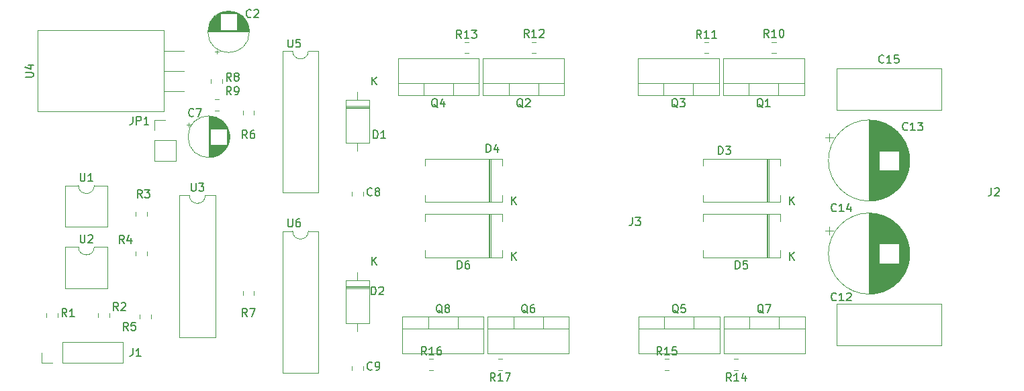
<source format=gbr>
G04 #@! TF.GenerationSoftware,KiCad,Pcbnew,5.1.5*
G04 #@! TF.CreationDate,2020-04-12T12:39:29+02:00*
G04 #@! TF.ProjectId,h_bridge,685f6272-6964-4676-952e-6b696361645f,rev?*
G04 #@! TF.SameCoordinates,Original*
G04 #@! TF.FileFunction,Legend,Top*
G04 #@! TF.FilePolarity,Positive*
%FSLAX46Y46*%
G04 Gerber Fmt 4.6, Leading zero omitted, Abs format (unit mm)*
G04 Created by KiCad (PCBNEW 5.1.5) date 2020-04-12 12:39:29*
%MOMM*%
%LPD*%
G04 APERTURE LIST*
%ADD10C,0.120000*%
%ADD11C,0.150000*%
G04 APERTURE END LIST*
D10*
X200330000Y-115270000D02*
X190090000Y-115270000D01*
X200330000Y-110629000D02*
X190090000Y-110629000D01*
X200330000Y-115270000D02*
X200330000Y-110629000D01*
X190090000Y-115270000D02*
X190090000Y-110629000D01*
X200330000Y-113760000D02*
X190090000Y-113760000D01*
X197060000Y-115270000D02*
X197060000Y-113760000D01*
X193359000Y-115270000D02*
X193359000Y-113760000D01*
X189580000Y-115270000D02*
X179340000Y-115270000D01*
X189580000Y-110629000D02*
X179340000Y-110629000D01*
X189580000Y-115270000D02*
X189580000Y-110629000D01*
X179340000Y-115270000D02*
X179340000Y-110629000D01*
X189580000Y-113760000D02*
X179340000Y-113760000D01*
X186310000Y-115270000D02*
X186310000Y-113760000D01*
X182609000Y-115270000D02*
X182609000Y-113760000D01*
X196758578Y-108540000D02*
X196241422Y-108540000D01*
X196758578Y-109960000D02*
X196241422Y-109960000D01*
X187741422Y-108540000D02*
X188258578Y-108540000D01*
X187741422Y-109960000D02*
X188258578Y-109960000D01*
X122695225Y-118775000D02*
X122695225Y-119275000D01*
X122445225Y-119025000D02*
X122945225Y-119025000D01*
X127851000Y-120216000D02*
X127851000Y-120784000D01*
X127811000Y-119982000D02*
X127811000Y-121018000D01*
X127771000Y-119823000D02*
X127771000Y-121177000D01*
X127731000Y-119695000D02*
X127731000Y-121305000D01*
X127691000Y-119585000D02*
X127691000Y-121415000D01*
X127651000Y-119489000D02*
X127651000Y-121511000D01*
X127611000Y-119402000D02*
X127611000Y-121598000D01*
X127571000Y-119322000D02*
X127571000Y-121678000D01*
X127531000Y-121540000D02*
X127531000Y-121751000D01*
X127531000Y-119249000D02*
X127531000Y-119460000D01*
X127491000Y-121540000D02*
X127491000Y-121819000D01*
X127491000Y-119181000D02*
X127491000Y-119460000D01*
X127451000Y-121540000D02*
X127451000Y-121883000D01*
X127451000Y-119117000D02*
X127451000Y-119460000D01*
X127411000Y-121540000D02*
X127411000Y-121943000D01*
X127411000Y-119057000D02*
X127411000Y-119460000D01*
X127371000Y-121540000D02*
X127371000Y-122000000D01*
X127371000Y-119000000D02*
X127371000Y-119460000D01*
X127331000Y-121540000D02*
X127331000Y-122054000D01*
X127331000Y-118946000D02*
X127331000Y-119460000D01*
X127291000Y-121540000D02*
X127291000Y-122105000D01*
X127291000Y-118895000D02*
X127291000Y-119460000D01*
X127251000Y-121540000D02*
X127251000Y-122153000D01*
X127251000Y-118847000D02*
X127251000Y-119460000D01*
X127211000Y-121540000D02*
X127211000Y-122199000D01*
X127211000Y-118801000D02*
X127211000Y-119460000D01*
X127171000Y-121540000D02*
X127171000Y-122243000D01*
X127171000Y-118757000D02*
X127171000Y-119460000D01*
X127131000Y-121540000D02*
X127131000Y-122285000D01*
X127131000Y-118715000D02*
X127131000Y-119460000D01*
X127091000Y-121540000D02*
X127091000Y-122326000D01*
X127091000Y-118674000D02*
X127091000Y-119460000D01*
X127051000Y-121540000D02*
X127051000Y-122364000D01*
X127051000Y-118636000D02*
X127051000Y-119460000D01*
X127011000Y-121540000D02*
X127011000Y-122401000D01*
X127011000Y-118599000D02*
X127011000Y-119460000D01*
X126971000Y-121540000D02*
X126971000Y-122437000D01*
X126971000Y-118563000D02*
X126971000Y-119460000D01*
X126931000Y-121540000D02*
X126931000Y-122471000D01*
X126931000Y-118529000D02*
X126931000Y-119460000D01*
X126891000Y-121540000D02*
X126891000Y-122504000D01*
X126891000Y-118496000D02*
X126891000Y-119460000D01*
X126851000Y-121540000D02*
X126851000Y-122535000D01*
X126851000Y-118465000D02*
X126851000Y-119460000D01*
X126811000Y-121540000D02*
X126811000Y-122565000D01*
X126811000Y-118435000D02*
X126811000Y-119460000D01*
X126771000Y-121540000D02*
X126771000Y-122595000D01*
X126771000Y-118405000D02*
X126771000Y-119460000D01*
X126731000Y-121540000D02*
X126731000Y-122622000D01*
X126731000Y-118378000D02*
X126731000Y-119460000D01*
X126691000Y-121540000D02*
X126691000Y-122649000D01*
X126691000Y-118351000D02*
X126691000Y-119460000D01*
X126651000Y-121540000D02*
X126651000Y-122675000D01*
X126651000Y-118325000D02*
X126651000Y-119460000D01*
X126611000Y-121540000D02*
X126611000Y-122700000D01*
X126611000Y-118300000D02*
X126611000Y-119460000D01*
X126571000Y-121540000D02*
X126571000Y-122724000D01*
X126571000Y-118276000D02*
X126571000Y-119460000D01*
X126531000Y-121540000D02*
X126531000Y-122747000D01*
X126531000Y-118253000D02*
X126531000Y-119460000D01*
X126491000Y-121540000D02*
X126491000Y-122768000D01*
X126491000Y-118232000D02*
X126491000Y-119460000D01*
X126451000Y-121540000D02*
X126451000Y-122790000D01*
X126451000Y-118210000D02*
X126451000Y-119460000D01*
X126411000Y-121540000D02*
X126411000Y-122810000D01*
X126411000Y-118190000D02*
X126411000Y-119460000D01*
X126371000Y-121540000D02*
X126371000Y-122829000D01*
X126371000Y-118171000D02*
X126371000Y-119460000D01*
X126331000Y-121540000D02*
X126331000Y-122848000D01*
X126331000Y-118152000D02*
X126331000Y-119460000D01*
X126291000Y-121540000D02*
X126291000Y-122865000D01*
X126291000Y-118135000D02*
X126291000Y-119460000D01*
X126251000Y-121540000D02*
X126251000Y-122882000D01*
X126251000Y-118118000D02*
X126251000Y-119460000D01*
X126211000Y-121540000D02*
X126211000Y-122898000D01*
X126211000Y-118102000D02*
X126211000Y-119460000D01*
X126171000Y-121540000D02*
X126171000Y-122914000D01*
X126171000Y-118086000D02*
X126171000Y-119460000D01*
X126131000Y-121540000D02*
X126131000Y-122928000D01*
X126131000Y-118072000D02*
X126131000Y-119460000D01*
X126091000Y-121540000D02*
X126091000Y-122942000D01*
X126091000Y-118058000D02*
X126091000Y-119460000D01*
X126051000Y-121540000D02*
X126051000Y-122955000D01*
X126051000Y-118045000D02*
X126051000Y-119460000D01*
X126011000Y-121540000D02*
X126011000Y-122968000D01*
X126011000Y-118032000D02*
X126011000Y-119460000D01*
X125971000Y-121540000D02*
X125971000Y-122980000D01*
X125971000Y-118020000D02*
X125971000Y-119460000D01*
X125930000Y-121540000D02*
X125930000Y-122991000D01*
X125930000Y-118009000D02*
X125930000Y-119460000D01*
X125890000Y-121540000D02*
X125890000Y-123001000D01*
X125890000Y-117999000D02*
X125890000Y-119460000D01*
X125850000Y-121540000D02*
X125850000Y-123011000D01*
X125850000Y-117989000D02*
X125850000Y-119460000D01*
X125810000Y-121540000D02*
X125810000Y-123020000D01*
X125810000Y-117980000D02*
X125810000Y-119460000D01*
X125770000Y-121540000D02*
X125770000Y-123028000D01*
X125770000Y-117972000D02*
X125770000Y-119460000D01*
X125730000Y-121540000D02*
X125730000Y-123036000D01*
X125730000Y-117964000D02*
X125730000Y-119460000D01*
X125690000Y-121540000D02*
X125690000Y-123043000D01*
X125690000Y-117957000D02*
X125690000Y-119460000D01*
X125650000Y-121540000D02*
X125650000Y-123050000D01*
X125650000Y-117950000D02*
X125650000Y-119460000D01*
X125610000Y-121540000D02*
X125610000Y-123056000D01*
X125610000Y-117944000D02*
X125610000Y-119460000D01*
X125570000Y-121540000D02*
X125570000Y-123061000D01*
X125570000Y-117939000D02*
X125570000Y-119460000D01*
X125530000Y-121540000D02*
X125530000Y-123065000D01*
X125530000Y-117935000D02*
X125530000Y-119460000D01*
X125490000Y-121540000D02*
X125490000Y-123069000D01*
X125490000Y-117931000D02*
X125490000Y-119460000D01*
X125450000Y-117927000D02*
X125450000Y-123073000D01*
X125410000Y-117924000D02*
X125410000Y-123076000D01*
X125370000Y-117922000D02*
X125370000Y-123078000D01*
X125330000Y-117921000D02*
X125330000Y-123079000D01*
X125290000Y-117920000D02*
X125290000Y-123080000D01*
X125250000Y-117920000D02*
X125250000Y-123080000D01*
X127870000Y-120500000D02*
G75*
G03X127870000Y-120500000I-2620000J0D01*
G01*
X130370000Y-107250000D02*
G75*
G03X130370000Y-107250000I-2620000J0D01*
G01*
X125170000Y-107250000D02*
X130330000Y-107250000D01*
X125170000Y-107210000D02*
X130330000Y-107210000D01*
X125171000Y-107170000D02*
X130329000Y-107170000D01*
X125172000Y-107130000D02*
X130328000Y-107130000D01*
X125174000Y-107090000D02*
X130326000Y-107090000D01*
X125177000Y-107050000D02*
X130323000Y-107050000D01*
X125181000Y-107010000D02*
X126710000Y-107010000D01*
X128790000Y-107010000D02*
X130319000Y-107010000D01*
X125185000Y-106970000D02*
X126710000Y-106970000D01*
X128790000Y-106970000D02*
X130315000Y-106970000D01*
X125189000Y-106930000D02*
X126710000Y-106930000D01*
X128790000Y-106930000D02*
X130311000Y-106930000D01*
X125194000Y-106890000D02*
X126710000Y-106890000D01*
X128790000Y-106890000D02*
X130306000Y-106890000D01*
X125200000Y-106850000D02*
X126710000Y-106850000D01*
X128790000Y-106850000D02*
X130300000Y-106850000D01*
X125207000Y-106810000D02*
X126710000Y-106810000D01*
X128790000Y-106810000D02*
X130293000Y-106810000D01*
X125214000Y-106770000D02*
X126710000Y-106770000D01*
X128790000Y-106770000D02*
X130286000Y-106770000D01*
X125222000Y-106730000D02*
X126710000Y-106730000D01*
X128790000Y-106730000D02*
X130278000Y-106730000D01*
X125230000Y-106690000D02*
X126710000Y-106690000D01*
X128790000Y-106690000D02*
X130270000Y-106690000D01*
X125239000Y-106650000D02*
X126710000Y-106650000D01*
X128790000Y-106650000D02*
X130261000Y-106650000D01*
X125249000Y-106610000D02*
X126710000Y-106610000D01*
X128790000Y-106610000D02*
X130251000Y-106610000D01*
X125259000Y-106570000D02*
X126710000Y-106570000D01*
X128790000Y-106570000D02*
X130241000Y-106570000D01*
X125270000Y-106529000D02*
X126710000Y-106529000D01*
X128790000Y-106529000D02*
X130230000Y-106529000D01*
X125282000Y-106489000D02*
X126710000Y-106489000D01*
X128790000Y-106489000D02*
X130218000Y-106489000D01*
X125295000Y-106449000D02*
X126710000Y-106449000D01*
X128790000Y-106449000D02*
X130205000Y-106449000D01*
X125308000Y-106409000D02*
X126710000Y-106409000D01*
X128790000Y-106409000D02*
X130192000Y-106409000D01*
X125322000Y-106369000D02*
X126710000Y-106369000D01*
X128790000Y-106369000D02*
X130178000Y-106369000D01*
X125336000Y-106329000D02*
X126710000Y-106329000D01*
X128790000Y-106329000D02*
X130164000Y-106329000D01*
X125352000Y-106289000D02*
X126710000Y-106289000D01*
X128790000Y-106289000D02*
X130148000Y-106289000D01*
X125368000Y-106249000D02*
X126710000Y-106249000D01*
X128790000Y-106249000D02*
X130132000Y-106249000D01*
X125385000Y-106209000D02*
X126710000Y-106209000D01*
X128790000Y-106209000D02*
X130115000Y-106209000D01*
X125402000Y-106169000D02*
X126710000Y-106169000D01*
X128790000Y-106169000D02*
X130098000Y-106169000D01*
X125421000Y-106129000D02*
X126710000Y-106129000D01*
X128790000Y-106129000D02*
X130079000Y-106129000D01*
X125440000Y-106089000D02*
X126710000Y-106089000D01*
X128790000Y-106089000D02*
X130060000Y-106089000D01*
X125460000Y-106049000D02*
X126710000Y-106049000D01*
X128790000Y-106049000D02*
X130040000Y-106049000D01*
X125482000Y-106009000D02*
X126710000Y-106009000D01*
X128790000Y-106009000D02*
X130018000Y-106009000D01*
X125503000Y-105969000D02*
X126710000Y-105969000D01*
X128790000Y-105969000D02*
X129997000Y-105969000D01*
X125526000Y-105929000D02*
X126710000Y-105929000D01*
X128790000Y-105929000D02*
X129974000Y-105929000D01*
X125550000Y-105889000D02*
X126710000Y-105889000D01*
X128790000Y-105889000D02*
X129950000Y-105889000D01*
X125575000Y-105849000D02*
X126710000Y-105849000D01*
X128790000Y-105849000D02*
X129925000Y-105849000D01*
X125601000Y-105809000D02*
X126710000Y-105809000D01*
X128790000Y-105809000D02*
X129899000Y-105809000D01*
X125628000Y-105769000D02*
X126710000Y-105769000D01*
X128790000Y-105769000D02*
X129872000Y-105769000D01*
X125655000Y-105729000D02*
X126710000Y-105729000D01*
X128790000Y-105729000D02*
X129845000Y-105729000D01*
X125685000Y-105689000D02*
X126710000Y-105689000D01*
X128790000Y-105689000D02*
X129815000Y-105689000D01*
X125715000Y-105649000D02*
X126710000Y-105649000D01*
X128790000Y-105649000D02*
X129785000Y-105649000D01*
X125746000Y-105609000D02*
X126710000Y-105609000D01*
X128790000Y-105609000D02*
X129754000Y-105609000D01*
X125779000Y-105569000D02*
X126710000Y-105569000D01*
X128790000Y-105569000D02*
X129721000Y-105569000D01*
X125813000Y-105529000D02*
X126710000Y-105529000D01*
X128790000Y-105529000D02*
X129687000Y-105529000D01*
X125849000Y-105489000D02*
X126710000Y-105489000D01*
X128790000Y-105489000D02*
X129651000Y-105489000D01*
X125886000Y-105449000D02*
X126710000Y-105449000D01*
X128790000Y-105449000D02*
X129614000Y-105449000D01*
X125924000Y-105409000D02*
X126710000Y-105409000D01*
X128790000Y-105409000D02*
X129576000Y-105409000D01*
X125965000Y-105369000D02*
X126710000Y-105369000D01*
X128790000Y-105369000D02*
X129535000Y-105369000D01*
X126007000Y-105329000D02*
X126710000Y-105329000D01*
X128790000Y-105329000D02*
X129493000Y-105329000D01*
X126051000Y-105289000D02*
X126710000Y-105289000D01*
X128790000Y-105289000D02*
X129449000Y-105289000D01*
X126097000Y-105249000D02*
X126710000Y-105249000D01*
X128790000Y-105249000D02*
X129403000Y-105249000D01*
X126145000Y-105209000D02*
X126710000Y-105209000D01*
X128790000Y-105209000D02*
X129355000Y-105209000D01*
X126196000Y-105169000D02*
X126710000Y-105169000D01*
X128790000Y-105169000D02*
X129304000Y-105169000D01*
X126250000Y-105129000D02*
X126710000Y-105129000D01*
X128790000Y-105129000D02*
X129250000Y-105129000D01*
X126307000Y-105089000D02*
X126710000Y-105089000D01*
X128790000Y-105089000D02*
X129193000Y-105089000D01*
X126367000Y-105049000D02*
X126710000Y-105049000D01*
X128790000Y-105049000D02*
X129133000Y-105049000D01*
X126431000Y-105009000D02*
X126710000Y-105009000D01*
X128790000Y-105009000D02*
X129069000Y-105009000D01*
X126499000Y-104969000D02*
X126710000Y-104969000D01*
X128790000Y-104969000D02*
X129001000Y-104969000D01*
X126572000Y-104929000D02*
X128928000Y-104929000D01*
X126652000Y-104889000D02*
X128848000Y-104889000D01*
X126739000Y-104849000D02*
X128761000Y-104849000D01*
X126835000Y-104809000D02*
X128665000Y-104809000D01*
X126945000Y-104769000D02*
X128555000Y-104769000D01*
X127073000Y-104729000D02*
X128427000Y-104729000D01*
X127232000Y-104689000D02*
X128268000Y-104689000D01*
X127466000Y-104649000D02*
X128034000Y-104649000D01*
X126275000Y-110054775D02*
X126275000Y-109554775D01*
X126025000Y-109804775D02*
X126525000Y-109804775D01*
X126508578Y-115790000D02*
X125991422Y-115790000D01*
X126508578Y-117210000D02*
X125991422Y-117210000D01*
X125540000Y-113758578D02*
X125540000Y-113241422D01*
X126960000Y-113758578D02*
X126960000Y-113241422D01*
X118420000Y-123580000D02*
X121080000Y-123580000D01*
X118420000Y-120980000D02*
X118420000Y-123580000D01*
X121080000Y-120980000D02*
X121080000Y-123580000D01*
X118420000Y-120980000D02*
X121080000Y-120980000D01*
X118420000Y-119710000D02*
X118420000Y-118380000D01*
X118420000Y-118380000D02*
X119750000Y-118380000D01*
X119560000Y-117330000D02*
X119560000Y-107090000D01*
X103670000Y-117330000D02*
X103670000Y-107090000D01*
X103670000Y-117330000D02*
X119560000Y-117330000D01*
X103670000Y-107090000D02*
X119560000Y-107090000D01*
X119560000Y-114750000D02*
X122100000Y-114750000D01*
X119560000Y-112210000D02*
X122100000Y-112210000D01*
X119560000Y-109670000D02*
X122100000Y-109670000D01*
X145470000Y-138610000D02*
X142530000Y-138610000D01*
X142530000Y-138610000D02*
X142530000Y-144050000D01*
X142530000Y-144050000D02*
X145470000Y-144050000D01*
X145470000Y-144050000D02*
X145470000Y-138610000D01*
X144000000Y-137590000D02*
X144000000Y-138610000D01*
X144000000Y-145070000D02*
X144000000Y-144050000D01*
X145470000Y-139510000D02*
X142530000Y-139510000D01*
X145470000Y-139630000D02*
X142530000Y-139630000D01*
X145470000Y-139390000D02*
X142530000Y-139390000D01*
X213620000Y-135250000D02*
G75*
G03X213620000Y-135250000I-5120000J0D01*
G01*
X208500000Y-130170000D02*
X208500000Y-140330000D01*
X208540000Y-130170000D02*
X208540000Y-140330000D01*
X208580000Y-130170000D02*
X208580000Y-140330000D01*
X208620000Y-130171000D02*
X208620000Y-140329000D01*
X208660000Y-130172000D02*
X208660000Y-140328000D01*
X208700000Y-130173000D02*
X208700000Y-140327000D01*
X208740000Y-130175000D02*
X208740000Y-140325000D01*
X208780000Y-130177000D02*
X208780000Y-140323000D01*
X208820000Y-130180000D02*
X208820000Y-140320000D01*
X208860000Y-130182000D02*
X208860000Y-140318000D01*
X208900000Y-130185000D02*
X208900000Y-140315000D01*
X208940000Y-130188000D02*
X208940000Y-140312000D01*
X208980000Y-130192000D02*
X208980000Y-140308000D01*
X209020000Y-130196000D02*
X209020000Y-140304000D01*
X209060000Y-130200000D02*
X209060000Y-140300000D01*
X209100000Y-130205000D02*
X209100000Y-140295000D01*
X209140000Y-130210000D02*
X209140000Y-140290000D01*
X209180000Y-130215000D02*
X209180000Y-140285000D01*
X209221000Y-130220000D02*
X209221000Y-140280000D01*
X209261000Y-130226000D02*
X209261000Y-140274000D01*
X209301000Y-130232000D02*
X209301000Y-140268000D01*
X209341000Y-130239000D02*
X209341000Y-140261000D01*
X209381000Y-130246000D02*
X209381000Y-140254000D01*
X209421000Y-130253000D02*
X209421000Y-140247000D01*
X209461000Y-130260000D02*
X209461000Y-140240000D01*
X209501000Y-130268000D02*
X209501000Y-140232000D01*
X209541000Y-130276000D02*
X209541000Y-140224000D01*
X209581000Y-130285000D02*
X209581000Y-140215000D01*
X209621000Y-130294000D02*
X209621000Y-140206000D01*
X209661000Y-130303000D02*
X209661000Y-140197000D01*
X209701000Y-130312000D02*
X209701000Y-140188000D01*
X209741000Y-130322000D02*
X209741000Y-140178000D01*
X209781000Y-130332000D02*
X209781000Y-134009000D01*
X209781000Y-136491000D02*
X209781000Y-140168000D01*
X209821000Y-130343000D02*
X209821000Y-134009000D01*
X209821000Y-136491000D02*
X209821000Y-140157000D01*
X209861000Y-130353000D02*
X209861000Y-134009000D01*
X209861000Y-136491000D02*
X209861000Y-140147000D01*
X209901000Y-130365000D02*
X209901000Y-134009000D01*
X209901000Y-136491000D02*
X209901000Y-140135000D01*
X209941000Y-130376000D02*
X209941000Y-134009000D01*
X209941000Y-136491000D02*
X209941000Y-140124000D01*
X209981000Y-130388000D02*
X209981000Y-134009000D01*
X209981000Y-136491000D02*
X209981000Y-140112000D01*
X210021000Y-130400000D02*
X210021000Y-134009000D01*
X210021000Y-136491000D02*
X210021000Y-140100000D01*
X210061000Y-130413000D02*
X210061000Y-134009000D01*
X210061000Y-136491000D02*
X210061000Y-140087000D01*
X210101000Y-130426000D02*
X210101000Y-134009000D01*
X210101000Y-136491000D02*
X210101000Y-140074000D01*
X210141000Y-130439000D02*
X210141000Y-134009000D01*
X210141000Y-136491000D02*
X210141000Y-140061000D01*
X210181000Y-130453000D02*
X210181000Y-134009000D01*
X210181000Y-136491000D02*
X210181000Y-140047000D01*
X210221000Y-130467000D02*
X210221000Y-134009000D01*
X210221000Y-136491000D02*
X210221000Y-140033000D01*
X210261000Y-130482000D02*
X210261000Y-134009000D01*
X210261000Y-136491000D02*
X210261000Y-140018000D01*
X210301000Y-130496000D02*
X210301000Y-134009000D01*
X210301000Y-136491000D02*
X210301000Y-140004000D01*
X210341000Y-130512000D02*
X210341000Y-134009000D01*
X210341000Y-136491000D02*
X210341000Y-139988000D01*
X210381000Y-130527000D02*
X210381000Y-134009000D01*
X210381000Y-136491000D02*
X210381000Y-139973000D01*
X210421000Y-130543000D02*
X210421000Y-134009000D01*
X210421000Y-136491000D02*
X210421000Y-139957000D01*
X210461000Y-130560000D02*
X210461000Y-134009000D01*
X210461000Y-136491000D02*
X210461000Y-139940000D01*
X210501000Y-130576000D02*
X210501000Y-134009000D01*
X210501000Y-136491000D02*
X210501000Y-139924000D01*
X210541000Y-130593000D02*
X210541000Y-134009000D01*
X210541000Y-136491000D02*
X210541000Y-139907000D01*
X210581000Y-130611000D02*
X210581000Y-134009000D01*
X210581000Y-136491000D02*
X210581000Y-139889000D01*
X210621000Y-130629000D02*
X210621000Y-134009000D01*
X210621000Y-136491000D02*
X210621000Y-139871000D01*
X210661000Y-130647000D02*
X210661000Y-134009000D01*
X210661000Y-136491000D02*
X210661000Y-139853000D01*
X210701000Y-130666000D02*
X210701000Y-134009000D01*
X210701000Y-136491000D02*
X210701000Y-139834000D01*
X210741000Y-130686000D02*
X210741000Y-134009000D01*
X210741000Y-136491000D02*
X210741000Y-139814000D01*
X210781000Y-130705000D02*
X210781000Y-134009000D01*
X210781000Y-136491000D02*
X210781000Y-139795000D01*
X210821000Y-130725000D02*
X210821000Y-134009000D01*
X210821000Y-136491000D02*
X210821000Y-139775000D01*
X210861000Y-130746000D02*
X210861000Y-134009000D01*
X210861000Y-136491000D02*
X210861000Y-139754000D01*
X210901000Y-130767000D02*
X210901000Y-134009000D01*
X210901000Y-136491000D02*
X210901000Y-139733000D01*
X210941000Y-130788000D02*
X210941000Y-134009000D01*
X210941000Y-136491000D02*
X210941000Y-139712000D01*
X210981000Y-130810000D02*
X210981000Y-134009000D01*
X210981000Y-136491000D02*
X210981000Y-139690000D01*
X211021000Y-130833000D02*
X211021000Y-134009000D01*
X211021000Y-136491000D02*
X211021000Y-139667000D01*
X211061000Y-130855000D02*
X211061000Y-134009000D01*
X211061000Y-136491000D02*
X211061000Y-139645000D01*
X211101000Y-130879000D02*
X211101000Y-134009000D01*
X211101000Y-136491000D02*
X211101000Y-139621000D01*
X211141000Y-130903000D02*
X211141000Y-134009000D01*
X211141000Y-136491000D02*
X211141000Y-139597000D01*
X211181000Y-130927000D02*
X211181000Y-134009000D01*
X211181000Y-136491000D02*
X211181000Y-139573000D01*
X211221000Y-130952000D02*
X211221000Y-134009000D01*
X211221000Y-136491000D02*
X211221000Y-139548000D01*
X211261000Y-130977000D02*
X211261000Y-134009000D01*
X211261000Y-136491000D02*
X211261000Y-139523000D01*
X211301000Y-131003000D02*
X211301000Y-134009000D01*
X211301000Y-136491000D02*
X211301000Y-139497000D01*
X211341000Y-131029000D02*
X211341000Y-134009000D01*
X211341000Y-136491000D02*
X211341000Y-139471000D01*
X211381000Y-131056000D02*
X211381000Y-134009000D01*
X211381000Y-136491000D02*
X211381000Y-139444000D01*
X211421000Y-131084000D02*
X211421000Y-134009000D01*
X211421000Y-136491000D02*
X211421000Y-139416000D01*
X211461000Y-131112000D02*
X211461000Y-134009000D01*
X211461000Y-136491000D02*
X211461000Y-139388000D01*
X211501000Y-131140000D02*
X211501000Y-134009000D01*
X211501000Y-136491000D02*
X211501000Y-139360000D01*
X211541000Y-131170000D02*
X211541000Y-134009000D01*
X211541000Y-136491000D02*
X211541000Y-139330000D01*
X211581000Y-131200000D02*
X211581000Y-134009000D01*
X211581000Y-136491000D02*
X211581000Y-139300000D01*
X211621000Y-131230000D02*
X211621000Y-134009000D01*
X211621000Y-136491000D02*
X211621000Y-139270000D01*
X211661000Y-131261000D02*
X211661000Y-134009000D01*
X211661000Y-136491000D02*
X211661000Y-139239000D01*
X211701000Y-131293000D02*
X211701000Y-134009000D01*
X211701000Y-136491000D02*
X211701000Y-139207000D01*
X211741000Y-131325000D02*
X211741000Y-134009000D01*
X211741000Y-136491000D02*
X211741000Y-139175000D01*
X211781000Y-131358000D02*
X211781000Y-134009000D01*
X211781000Y-136491000D02*
X211781000Y-139142000D01*
X211821000Y-131392000D02*
X211821000Y-134009000D01*
X211821000Y-136491000D02*
X211821000Y-139108000D01*
X211861000Y-131426000D02*
X211861000Y-134009000D01*
X211861000Y-136491000D02*
X211861000Y-139074000D01*
X211901000Y-131461000D02*
X211901000Y-134009000D01*
X211901000Y-136491000D02*
X211901000Y-139039000D01*
X211941000Y-131497000D02*
X211941000Y-134009000D01*
X211941000Y-136491000D02*
X211941000Y-139003000D01*
X211981000Y-131534000D02*
X211981000Y-134009000D01*
X211981000Y-136491000D02*
X211981000Y-138966000D01*
X212021000Y-131571000D02*
X212021000Y-134009000D01*
X212021000Y-136491000D02*
X212021000Y-138929000D01*
X212061000Y-131610000D02*
X212061000Y-134009000D01*
X212061000Y-136491000D02*
X212061000Y-138890000D01*
X212101000Y-131649000D02*
X212101000Y-134009000D01*
X212101000Y-136491000D02*
X212101000Y-138851000D01*
X212141000Y-131689000D02*
X212141000Y-134009000D01*
X212141000Y-136491000D02*
X212141000Y-138811000D01*
X212181000Y-131730000D02*
X212181000Y-134009000D01*
X212181000Y-136491000D02*
X212181000Y-138770000D01*
X212221000Y-131772000D02*
X212221000Y-134009000D01*
X212221000Y-136491000D02*
X212221000Y-138728000D01*
X212261000Y-131814000D02*
X212261000Y-138686000D01*
X212301000Y-131858000D02*
X212301000Y-138642000D01*
X212341000Y-131903000D02*
X212341000Y-138597000D01*
X212381000Y-131949000D02*
X212381000Y-138551000D01*
X212421000Y-131996000D02*
X212421000Y-138504000D01*
X212461000Y-132044000D02*
X212461000Y-138456000D01*
X212501000Y-132094000D02*
X212501000Y-138406000D01*
X212541000Y-132144000D02*
X212541000Y-138356000D01*
X212581000Y-132196000D02*
X212581000Y-138304000D01*
X212621000Y-132250000D02*
X212621000Y-138250000D01*
X212661000Y-132305000D02*
X212661000Y-138195000D01*
X212701000Y-132361000D02*
X212701000Y-138139000D01*
X212741000Y-132420000D02*
X212741000Y-138080000D01*
X212781000Y-132480000D02*
X212781000Y-138020000D01*
X212821000Y-132541000D02*
X212821000Y-137959000D01*
X212861000Y-132605000D02*
X212861000Y-137895000D01*
X212901000Y-132671000D02*
X212901000Y-137829000D01*
X212941000Y-132740000D02*
X212941000Y-137760000D01*
X212981000Y-132811000D02*
X212981000Y-137689000D01*
X213021000Y-132885000D02*
X213021000Y-137615000D01*
X213061000Y-132961000D02*
X213061000Y-137539000D01*
X213101000Y-133041000D02*
X213101000Y-137459000D01*
X213141000Y-133125000D02*
X213141000Y-137375000D01*
X213181000Y-133213000D02*
X213181000Y-137287000D01*
X213221000Y-133306000D02*
X213221000Y-137194000D01*
X213261000Y-133404000D02*
X213261000Y-137096000D01*
X213301000Y-133508000D02*
X213301000Y-136992000D01*
X213341000Y-133620000D02*
X213341000Y-136880000D01*
X213381000Y-133740000D02*
X213381000Y-136760000D01*
X213421000Y-133872000D02*
X213421000Y-136628000D01*
X213461000Y-134020000D02*
X213461000Y-136480000D01*
X213501000Y-134188000D02*
X213501000Y-136312000D01*
X213541000Y-134388000D02*
X213541000Y-136112000D01*
X213581000Y-134651000D02*
X213581000Y-135849000D01*
X203020354Y-132375000D02*
X204020354Y-132375000D01*
X203520354Y-131875000D02*
X203520354Y-132875000D01*
X213620000Y-123500000D02*
G75*
G03X213620000Y-123500000I-5120000J0D01*
G01*
X208500000Y-118420000D02*
X208500000Y-128580000D01*
X208540000Y-118420000D02*
X208540000Y-128580000D01*
X208580000Y-118420000D02*
X208580000Y-128580000D01*
X208620000Y-118421000D02*
X208620000Y-128579000D01*
X208660000Y-118422000D02*
X208660000Y-128578000D01*
X208700000Y-118423000D02*
X208700000Y-128577000D01*
X208740000Y-118425000D02*
X208740000Y-128575000D01*
X208780000Y-118427000D02*
X208780000Y-128573000D01*
X208820000Y-118430000D02*
X208820000Y-128570000D01*
X208860000Y-118432000D02*
X208860000Y-128568000D01*
X208900000Y-118435000D02*
X208900000Y-128565000D01*
X208940000Y-118438000D02*
X208940000Y-128562000D01*
X208980000Y-118442000D02*
X208980000Y-128558000D01*
X209020000Y-118446000D02*
X209020000Y-128554000D01*
X209060000Y-118450000D02*
X209060000Y-128550000D01*
X209100000Y-118455000D02*
X209100000Y-128545000D01*
X209140000Y-118460000D02*
X209140000Y-128540000D01*
X209180000Y-118465000D02*
X209180000Y-128535000D01*
X209221000Y-118470000D02*
X209221000Y-128530000D01*
X209261000Y-118476000D02*
X209261000Y-128524000D01*
X209301000Y-118482000D02*
X209301000Y-128518000D01*
X209341000Y-118489000D02*
X209341000Y-128511000D01*
X209381000Y-118496000D02*
X209381000Y-128504000D01*
X209421000Y-118503000D02*
X209421000Y-128497000D01*
X209461000Y-118510000D02*
X209461000Y-128490000D01*
X209501000Y-118518000D02*
X209501000Y-128482000D01*
X209541000Y-118526000D02*
X209541000Y-128474000D01*
X209581000Y-118535000D02*
X209581000Y-128465000D01*
X209621000Y-118544000D02*
X209621000Y-128456000D01*
X209661000Y-118553000D02*
X209661000Y-128447000D01*
X209701000Y-118562000D02*
X209701000Y-128438000D01*
X209741000Y-118572000D02*
X209741000Y-128428000D01*
X209781000Y-118582000D02*
X209781000Y-122259000D01*
X209781000Y-124741000D02*
X209781000Y-128418000D01*
X209821000Y-118593000D02*
X209821000Y-122259000D01*
X209821000Y-124741000D02*
X209821000Y-128407000D01*
X209861000Y-118603000D02*
X209861000Y-122259000D01*
X209861000Y-124741000D02*
X209861000Y-128397000D01*
X209901000Y-118615000D02*
X209901000Y-122259000D01*
X209901000Y-124741000D02*
X209901000Y-128385000D01*
X209941000Y-118626000D02*
X209941000Y-122259000D01*
X209941000Y-124741000D02*
X209941000Y-128374000D01*
X209981000Y-118638000D02*
X209981000Y-122259000D01*
X209981000Y-124741000D02*
X209981000Y-128362000D01*
X210021000Y-118650000D02*
X210021000Y-122259000D01*
X210021000Y-124741000D02*
X210021000Y-128350000D01*
X210061000Y-118663000D02*
X210061000Y-122259000D01*
X210061000Y-124741000D02*
X210061000Y-128337000D01*
X210101000Y-118676000D02*
X210101000Y-122259000D01*
X210101000Y-124741000D02*
X210101000Y-128324000D01*
X210141000Y-118689000D02*
X210141000Y-122259000D01*
X210141000Y-124741000D02*
X210141000Y-128311000D01*
X210181000Y-118703000D02*
X210181000Y-122259000D01*
X210181000Y-124741000D02*
X210181000Y-128297000D01*
X210221000Y-118717000D02*
X210221000Y-122259000D01*
X210221000Y-124741000D02*
X210221000Y-128283000D01*
X210261000Y-118732000D02*
X210261000Y-122259000D01*
X210261000Y-124741000D02*
X210261000Y-128268000D01*
X210301000Y-118746000D02*
X210301000Y-122259000D01*
X210301000Y-124741000D02*
X210301000Y-128254000D01*
X210341000Y-118762000D02*
X210341000Y-122259000D01*
X210341000Y-124741000D02*
X210341000Y-128238000D01*
X210381000Y-118777000D02*
X210381000Y-122259000D01*
X210381000Y-124741000D02*
X210381000Y-128223000D01*
X210421000Y-118793000D02*
X210421000Y-122259000D01*
X210421000Y-124741000D02*
X210421000Y-128207000D01*
X210461000Y-118810000D02*
X210461000Y-122259000D01*
X210461000Y-124741000D02*
X210461000Y-128190000D01*
X210501000Y-118826000D02*
X210501000Y-122259000D01*
X210501000Y-124741000D02*
X210501000Y-128174000D01*
X210541000Y-118843000D02*
X210541000Y-122259000D01*
X210541000Y-124741000D02*
X210541000Y-128157000D01*
X210581000Y-118861000D02*
X210581000Y-122259000D01*
X210581000Y-124741000D02*
X210581000Y-128139000D01*
X210621000Y-118879000D02*
X210621000Y-122259000D01*
X210621000Y-124741000D02*
X210621000Y-128121000D01*
X210661000Y-118897000D02*
X210661000Y-122259000D01*
X210661000Y-124741000D02*
X210661000Y-128103000D01*
X210701000Y-118916000D02*
X210701000Y-122259000D01*
X210701000Y-124741000D02*
X210701000Y-128084000D01*
X210741000Y-118936000D02*
X210741000Y-122259000D01*
X210741000Y-124741000D02*
X210741000Y-128064000D01*
X210781000Y-118955000D02*
X210781000Y-122259000D01*
X210781000Y-124741000D02*
X210781000Y-128045000D01*
X210821000Y-118975000D02*
X210821000Y-122259000D01*
X210821000Y-124741000D02*
X210821000Y-128025000D01*
X210861000Y-118996000D02*
X210861000Y-122259000D01*
X210861000Y-124741000D02*
X210861000Y-128004000D01*
X210901000Y-119017000D02*
X210901000Y-122259000D01*
X210901000Y-124741000D02*
X210901000Y-127983000D01*
X210941000Y-119038000D02*
X210941000Y-122259000D01*
X210941000Y-124741000D02*
X210941000Y-127962000D01*
X210981000Y-119060000D02*
X210981000Y-122259000D01*
X210981000Y-124741000D02*
X210981000Y-127940000D01*
X211021000Y-119083000D02*
X211021000Y-122259000D01*
X211021000Y-124741000D02*
X211021000Y-127917000D01*
X211061000Y-119105000D02*
X211061000Y-122259000D01*
X211061000Y-124741000D02*
X211061000Y-127895000D01*
X211101000Y-119129000D02*
X211101000Y-122259000D01*
X211101000Y-124741000D02*
X211101000Y-127871000D01*
X211141000Y-119153000D02*
X211141000Y-122259000D01*
X211141000Y-124741000D02*
X211141000Y-127847000D01*
X211181000Y-119177000D02*
X211181000Y-122259000D01*
X211181000Y-124741000D02*
X211181000Y-127823000D01*
X211221000Y-119202000D02*
X211221000Y-122259000D01*
X211221000Y-124741000D02*
X211221000Y-127798000D01*
X211261000Y-119227000D02*
X211261000Y-122259000D01*
X211261000Y-124741000D02*
X211261000Y-127773000D01*
X211301000Y-119253000D02*
X211301000Y-122259000D01*
X211301000Y-124741000D02*
X211301000Y-127747000D01*
X211341000Y-119279000D02*
X211341000Y-122259000D01*
X211341000Y-124741000D02*
X211341000Y-127721000D01*
X211381000Y-119306000D02*
X211381000Y-122259000D01*
X211381000Y-124741000D02*
X211381000Y-127694000D01*
X211421000Y-119334000D02*
X211421000Y-122259000D01*
X211421000Y-124741000D02*
X211421000Y-127666000D01*
X211461000Y-119362000D02*
X211461000Y-122259000D01*
X211461000Y-124741000D02*
X211461000Y-127638000D01*
X211501000Y-119390000D02*
X211501000Y-122259000D01*
X211501000Y-124741000D02*
X211501000Y-127610000D01*
X211541000Y-119420000D02*
X211541000Y-122259000D01*
X211541000Y-124741000D02*
X211541000Y-127580000D01*
X211581000Y-119450000D02*
X211581000Y-122259000D01*
X211581000Y-124741000D02*
X211581000Y-127550000D01*
X211621000Y-119480000D02*
X211621000Y-122259000D01*
X211621000Y-124741000D02*
X211621000Y-127520000D01*
X211661000Y-119511000D02*
X211661000Y-122259000D01*
X211661000Y-124741000D02*
X211661000Y-127489000D01*
X211701000Y-119543000D02*
X211701000Y-122259000D01*
X211701000Y-124741000D02*
X211701000Y-127457000D01*
X211741000Y-119575000D02*
X211741000Y-122259000D01*
X211741000Y-124741000D02*
X211741000Y-127425000D01*
X211781000Y-119608000D02*
X211781000Y-122259000D01*
X211781000Y-124741000D02*
X211781000Y-127392000D01*
X211821000Y-119642000D02*
X211821000Y-122259000D01*
X211821000Y-124741000D02*
X211821000Y-127358000D01*
X211861000Y-119676000D02*
X211861000Y-122259000D01*
X211861000Y-124741000D02*
X211861000Y-127324000D01*
X211901000Y-119711000D02*
X211901000Y-122259000D01*
X211901000Y-124741000D02*
X211901000Y-127289000D01*
X211941000Y-119747000D02*
X211941000Y-122259000D01*
X211941000Y-124741000D02*
X211941000Y-127253000D01*
X211981000Y-119784000D02*
X211981000Y-122259000D01*
X211981000Y-124741000D02*
X211981000Y-127216000D01*
X212021000Y-119821000D02*
X212021000Y-122259000D01*
X212021000Y-124741000D02*
X212021000Y-127179000D01*
X212061000Y-119860000D02*
X212061000Y-122259000D01*
X212061000Y-124741000D02*
X212061000Y-127140000D01*
X212101000Y-119899000D02*
X212101000Y-122259000D01*
X212101000Y-124741000D02*
X212101000Y-127101000D01*
X212141000Y-119939000D02*
X212141000Y-122259000D01*
X212141000Y-124741000D02*
X212141000Y-127061000D01*
X212181000Y-119980000D02*
X212181000Y-122259000D01*
X212181000Y-124741000D02*
X212181000Y-127020000D01*
X212221000Y-120022000D02*
X212221000Y-122259000D01*
X212221000Y-124741000D02*
X212221000Y-126978000D01*
X212261000Y-120064000D02*
X212261000Y-126936000D01*
X212301000Y-120108000D02*
X212301000Y-126892000D01*
X212341000Y-120153000D02*
X212341000Y-126847000D01*
X212381000Y-120199000D02*
X212381000Y-126801000D01*
X212421000Y-120246000D02*
X212421000Y-126754000D01*
X212461000Y-120294000D02*
X212461000Y-126706000D01*
X212501000Y-120344000D02*
X212501000Y-126656000D01*
X212541000Y-120394000D02*
X212541000Y-126606000D01*
X212581000Y-120446000D02*
X212581000Y-126554000D01*
X212621000Y-120500000D02*
X212621000Y-126500000D01*
X212661000Y-120555000D02*
X212661000Y-126445000D01*
X212701000Y-120611000D02*
X212701000Y-126389000D01*
X212741000Y-120670000D02*
X212741000Y-126330000D01*
X212781000Y-120730000D02*
X212781000Y-126270000D01*
X212821000Y-120791000D02*
X212821000Y-126209000D01*
X212861000Y-120855000D02*
X212861000Y-126145000D01*
X212901000Y-120921000D02*
X212901000Y-126079000D01*
X212941000Y-120990000D02*
X212941000Y-126010000D01*
X212981000Y-121061000D02*
X212981000Y-125939000D01*
X213021000Y-121135000D02*
X213021000Y-125865000D01*
X213061000Y-121211000D02*
X213061000Y-125789000D01*
X213101000Y-121291000D02*
X213101000Y-125709000D01*
X213141000Y-121375000D02*
X213141000Y-125625000D01*
X213181000Y-121463000D02*
X213181000Y-125537000D01*
X213221000Y-121556000D02*
X213221000Y-125444000D01*
X213261000Y-121654000D02*
X213261000Y-125346000D01*
X213301000Y-121758000D02*
X213301000Y-125242000D01*
X213341000Y-121870000D02*
X213341000Y-125130000D01*
X213381000Y-121990000D02*
X213381000Y-125010000D01*
X213421000Y-122122000D02*
X213421000Y-124878000D01*
X213461000Y-122270000D02*
X213461000Y-124730000D01*
X213501000Y-122438000D02*
X213501000Y-124562000D01*
X213541000Y-122638000D02*
X213541000Y-124362000D01*
X213581000Y-122901000D02*
X213581000Y-124099000D01*
X203020354Y-120625000D02*
X204020354Y-120625000D01*
X203520354Y-120125000D02*
X203520354Y-121125000D01*
X144710000Y-127491422D02*
X144710000Y-128008578D01*
X143290000Y-127491422D02*
X143290000Y-128008578D01*
X144710000Y-149491422D02*
X144710000Y-150008578D01*
X143290000Y-149491422D02*
X143290000Y-150008578D01*
X217620000Y-141630000D02*
X217620000Y-146870000D01*
X204380000Y-141630000D02*
X204380000Y-146870000D01*
X204380000Y-146870000D02*
X217620000Y-146870000D01*
X204380000Y-141630000D02*
X217620000Y-141630000D01*
X204380000Y-111880000D02*
X217620000Y-111880000D01*
X204380000Y-117120000D02*
X217620000Y-117120000D01*
X204380000Y-111880000D02*
X204380000Y-117120000D01*
X217620000Y-111880000D02*
X217620000Y-117120000D01*
X145470000Y-116640000D02*
X142530000Y-116640000D01*
X145470000Y-116880000D02*
X142530000Y-116880000D01*
X145470000Y-116760000D02*
X142530000Y-116760000D01*
X144000000Y-122320000D02*
X144000000Y-121300000D01*
X144000000Y-114840000D02*
X144000000Y-115860000D01*
X145470000Y-121300000D02*
X145470000Y-115860000D01*
X142530000Y-121300000D02*
X145470000Y-121300000D01*
X142530000Y-115860000D02*
X142530000Y-121300000D01*
X145470000Y-115860000D02*
X142530000Y-115860000D01*
X195845000Y-128720000D02*
X195845000Y-123280000D01*
X195605000Y-128720000D02*
X195605000Y-123280000D01*
X195725000Y-128720000D02*
X195725000Y-123280000D01*
X187530000Y-123280000D02*
X187530000Y-124160000D01*
X197270000Y-123280000D02*
X187530000Y-123280000D01*
X197270000Y-124160000D02*
X197270000Y-123280000D01*
X187530000Y-128720000D02*
X187530000Y-127840000D01*
X197270000Y-128720000D02*
X187530000Y-128720000D01*
X197270000Y-127840000D02*
X197270000Y-128720000D01*
X162220000Y-127840000D02*
X162220000Y-128720000D01*
X162220000Y-128720000D02*
X152480000Y-128720000D01*
X152480000Y-128720000D02*
X152480000Y-127840000D01*
X162220000Y-124160000D02*
X162220000Y-123280000D01*
X162220000Y-123280000D02*
X152480000Y-123280000D01*
X152480000Y-123280000D02*
X152480000Y-124160000D01*
X160675000Y-128720000D02*
X160675000Y-123280000D01*
X160555000Y-128720000D02*
X160555000Y-123280000D01*
X160795000Y-128720000D02*
X160795000Y-123280000D01*
X197270000Y-134840000D02*
X197270000Y-135720000D01*
X197270000Y-135720000D02*
X187530000Y-135720000D01*
X187530000Y-135720000D02*
X187530000Y-134840000D01*
X197270000Y-131160000D02*
X197270000Y-130280000D01*
X197270000Y-130280000D02*
X187530000Y-130280000D01*
X187530000Y-130280000D02*
X187530000Y-131160000D01*
X195725000Y-135720000D02*
X195725000Y-130280000D01*
X195605000Y-135720000D02*
X195605000Y-130280000D01*
X195845000Y-135720000D02*
X195845000Y-130280000D01*
X160795000Y-135720000D02*
X160795000Y-130280000D01*
X160555000Y-135720000D02*
X160555000Y-130280000D01*
X160675000Y-135720000D02*
X160675000Y-130280000D01*
X152480000Y-130280000D02*
X152480000Y-131160000D01*
X162220000Y-130280000D02*
X152480000Y-130280000D01*
X162220000Y-131160000D02*
X162220000Y-130280000D01*
X152480000Y-135720000D02*
X152480000Y-134840000D01*
X162220000Y-135720000D02*
X152480000Y-135720000D01*
X162220000Y-134840000D02*
X162220000Y-135720000D01*
X114450000Y-149080000D02*
X114450000Y-146420000D01*
X106770000Y-149080000D02*
X114450000Y-149080000D01*
X106770000Y-146420000D02*
X114450000Y-146420000D01*
X106770000Y-149080000D02*
X106770000Y-146420000D01*
X105500000Y-149080000D02*
X104170000Y-149080000D01*
X104170000Y-149080000D02*
X104170000Y-147750000D01*
X163109000Y-115270000D02*
X163109000Y-113760000D01*
X166810000Y-115270000D02*
X166810000Y-113760000D01*
X170080000Y-113760000D02*
X159840000Y-113760000D01*
X159840000Y-115270000D02*
X159840000Y-110629000D01*
X170080000Y-115270000D02*
X170080000Y-110629000D01*
X170080000Y-110629000D02*
X159840000Y-110629000D01*
X170080000Y-115270000D02*
X159840000Y-115270000D01*
X152359000Y-115270000D02*
X152359000Y-113760000D01*
X156060000Y-115270000D02*
X156060000Y-113760000D01*
X159330000Y-113760000D02*
X149090000Y-113760000D01*
X149090000Y-115270000D02*
X149090000Y-110629000D01*
X159330000Y-115270000D02*
X159330000Y-110629000D01*
X159330000Y-110629000D02*
X149090000Y-110629000D01*
X159330000Y-115270000D02*
X149090000Y-115270000D01*
X179420000Y-143230000D02*
X189660000Y-143230000D01*
X179420000Y-147871000D02*
X189660000Y-147871000D01*
X179420000Y-143230000D02*
X179420000Y-147871000D01*
X189660000Y-143230000D02*
X189660000Y-147871000D01*
X179420000Y-144740000D02*
X189660000Y-144740000D01*
X182690000Y-143230000D02*
X182690000Y-144740000D01*
X186391000Y-143230000D02*
X186391000Y-144740000D01*
X160420000Y-143230000D02*
X170660000Y-143230000D01*
X160420000Y-147871000D02*
X170660000Y-147871000D01*
X160420000Y-143230000D02*
X160420000Y-147871000D01*
X170660000Y-143230000D02*
X170660000Y-147871000D01*
X160420000Y-144740000D02*
X170660000Y-144740000D01*
X163690000Y-143230000D02*
X163690000Y-144740000D01*
X167391000Y-143230000D02*
X167391000Y-144740000D01*
X197141000Y-143230000D02*
X197141000Y-144740000D01*
X193440000Y-143230000D02*
X193440000Y-144740000D01*
X190170000Y-144740000D02*
X200410000Y-144740000D01*
X200410000Y-143230000D02*
X200410000Y-147871000D01*
X190170000Y-143230000D02*
X190170000Y-147871000D01*
X190170000Y-147871000D02*
X200410000Y-147871000D01*
X190170000Y-143230000D02*
X200410000Y-143230000D01*
X156641000Y-143230000D02*
X156641000Y-144740000D01*
X152940000Y-143230000D02*
X152940000Y-144740000D01*
X149670000Y-144740000D02*
X159910000Y-144740000D01*
X159910000Y-143230000D02*
X159910000Y-147871000D01*
X149670000Y-143230000D02*
X149670000Y-147871000D01*
X149670000Y-147871000D02*
X159910000Y-147871000D01*
X149670000Y-143230000D02*
X159910000Y-143230000D01*
X104790000Y-142741422D02*
X104790000Y-143258578D01*
X106210000Y-142741422D02*
X106210000Y-143258578D01*
X112710000Y-142741422D02*
X112710000Y-143258578D01*
X111290000Y-142741422D02*
X111290000Y-143258578D01*
X116040000Y-129991422D02*
X116040000Y-130508578D01*
X117460000Y-129991422D02*
X117460000Y-130508578D01*
X116040000Y-135508578D02*
X116040000Y-134991422D01*
X117460000Y-135508578D02*
X117460000Y-134991422D01*
X117960000Y-143446078D02*
X117960000Y-142928922D01*
X116540000Y-143446078D02*
X116540000Y-142928922D01*
X129540000Y-117241422D02*
X129540000Y-117758578D01*
X130960000Y-117241422D02*
X130960000Y-117758578D01*
X166508578Y-109960000D02*
X165991422Y-109960000D01*
X166508578Y-108540000D02*
X165991422Y-108540000D01*
X157491422Y-109960000D02*
X158008578Y-109960000D01*
X157491422Y-108540000D02*
X158008578Y-108540000D01*
X192008578Y-148540000D02*
X191491422Y-148540000D01*
X192008578Y-149960000D02*
X191491422Y-149960000D01*
X182741422Y-149960000D02*
X183258578Y-149960000D01*
X182741422Y-148540000D02*
X183258578Y-148540000D01*
X153053922Y-149960000D02*
X153571078Y-149960000D01*
X153053922Y-148540000D02*
X153571078Y-148540000D01*
X162258578Y-149960000D02*
X161741422Y-149960000D01*
X162258578Y-148540000D02*
X161741422Y-148540000D01*
X112460000Y-126670000D02*
X110810000Y-126670000D01*
X112460000Y-131870000D02*
X112460000Y-126670000D01*
X107160000Y-131870000D02*
X112460000Y-131870000D01*
X107160000Y-126670000D02*
X107160000Y-131870000D01*
X108810000Y-126670000D02*
X107160000Y-126670000D01*
X110810000Y-126670000D02*
G75*
G02X108810000Y-126670000I-1000000J0D01*
G01*
X110810000Y-134420000D02*
G75*
G02X108810000Y-134420000I-1000000J0D01*
G01*
X108810000Y-134420000D02*
X107160000Y-134420000D01*
X107160000Y-134420000D02*
X107160000Y-139620000D01*
X107160000Y-139620000D02*
X112460000Y-139620000D01*
X112460000Y-139620000D02*
X112460000Y-134420000D01*
X112460000Y-134420000D02*
X110810000Y-134420000D01*
X126060000Y-127920000D02*
X124810000Y-127920000D01*
X126060000Y-145820000D02*
X126060000Y-127920000D01*
X121560000Y-145820000D02*
X126060000Y-145820000D01*
X121560000Y-127920000D02*
X121560000Y-145820000D01*
X122810000Y-127920000D02*
X121560000Y-127920000D01*
X124810000Y-127920000D02*
G75*
G02X122810000Y-127920000I-1000000J0D01*
G01*
X137810000Y-109670000D02*
G75*
G02X135810000Y-109670000I-1000000J0D01*
G01*
X135810000Y-109670000D02*
X134560000Y-109670000D01*
X134560000Y-109670000D02*
X134560000Y-127570000D01*
X134560000Y-127570000D02*
X139060000Y-127570000D01*
X139060000Y-127570000D02*
X139060000Y-109670000D01*
X139060000Y-109670000D02*
X137810000Y-109670000D01*
X137810000Y-132420000D02*
G75*
G02X135810000Y-132420000I-1000000J0D01*
G01*
X135810000Y-132420000D02*
X134560000Y-132420000D01*
X134560000Y-132420000D02*
X134560000Y-150320000D01*
X134560000Y-150320000D02*
X139060000Y-150320000D01*
X139060000Y-150320000D02*
X139060000Y-132420000D01*
X139060000Y-132420000D02*
X137810000Y-132420000D01*
X130960000Y-139991422D02*
X130960000Y-140508578D01*
X129540000Y-139991422D02*
X129540000Y-140508578D01*
D11*
X195114761Y-116817619D02*
X195019523Y-116770000D01*
X194924285Y-116674761D01*
X194781428Y-116531904D01*
X194686190Y-116484285D01*
X194590952Y-116484285D01*
X194638571Y-116722380D02*
X194543333Y-116674761D01*
X194448095Y-116579523D01*
X194400476Y-116389047D01*
X194400476Y-116055714D01*
X194448095Y-115865238D01*
X194543333Y-115770000D01*
X194638571Y-115722380D01*
X194829047Y-115722380D01*
X194924285Y-115770000D01*
X195019523Y-115865238D01*
X195067142Y-116055714D01*
X195067142Y-116389047D01*
X195019523Y-116579523D01*
X194924285Y-116674761D01*
X194829047Y-116722380D01*
X194638571Y-116722380D01*
X196019523Y-116722380D02*
X195448095Y-116722380D01*
X195733809Y-116722380D02*
X195733809Y-115722380D01*
X195638571Y-115865238D01*
X195543333Y-115960476D01*
X195448095Y-116008095D01*
X184364761Y-116817619D02*
X184269523Y-116770000D01*
X184174285Y-116674761D01*
X184031428Y-116531904D01*
X183936190Y-116484285D01*
X183840952Y-116484285D01*
X183888571Y-116722380D02*
X183793333Y-116674761D01*
X183698095Y-116579523D01*
X183650476Y-116389047D01*
X183650476Y-116055714D01*
X183698095Y-115865238D01*
X183793333Y-115770000D01*
X183888571Y-115722380D01*
X184079047Y-115722380D01*
X184174285Y-115770000D01*
X184269523Y-115865238D01*
X184317142Y-116055714D01*
X184317142Y-116389047D01*
X184269523Y-116579523D01*
X184174285Y-116674761D01*
X184079047Y-116722380D01*
X183888571Y-116722380D01*
X184650476Y-115722380D02*
X185269523Y-115722380D01*
X184936190Y-116103333D01*
X185079047Y-116103333D01*
X185174285Y-116150952D01*
X185221904Y-116198571D01*
X185269523Y-116293809D01*
X185269523Y-116531904D01*
X185221904Y-116627142D01*
X185174285Y-116674761D01*
X185079047Y-116722380D01*
X184793333Y-116722380D01*
X184698095Y-116674761D01*
X184650476Y-116627142D01*
X195857142Y-107952380D02*
X195523809Y-107476190D01*
X195285714Y-107952380D02*
X195285714Y-106952380D01*
X195666666Y-106952380D01*
X195761904Y-107000000D01*
X195809523Y-107047619D01*
X195857142Y-107142857D01*
X195857142Y-107285714D01*
X195809523Y-107380952D01*
X195761904Y-107428571D01*
X195666666Y-107476190D01*
X195285714Y-107476190D01*
X196809523Y-107952380D02*
X196238095Y-107952380D01*
X196523809Y-107952380D02*
X196523809Y-106952380D01*
X196428571Y-107095238D01*
X196333333Y-107190476D01*
X196238095Y-107238095D01*
X197428571Y-106952380D02*
X197523809Y-106952380D01*
X197619047Y-107000000D01*
X197666666Y-107047619D01*
X197714285Y-107142857D01*
X197761904Y-107333333D01*
X197761904Y-107571428D01*
X197714285Y-107761904D01*
X197666666Y-107857142D01*
X197619047Y-107904761D01*
X197523809Y-107952380D01*
X197428571Y-107952380D01*
X197333333Y-107904761D01*
X197285714Y-107857142D01*
X197238095Y-107761904D01*
X197190476Y-107571428D01*
X197190476Y-107333333D01*
X197238095Y-107142857D01*
X197285714Y-107047619D01*
X197333333Y-107000000D01*
X197428571Y-106952380D01*
X187357142Y-108052380D02*
X187023809Y-107576190D01*
X186785714Y-108052380D02*
X186785714Y-107052380D01*
X187166666Y-107052380D01*
X187261904Y-107100000D01*
X187309523Y-107147619D01*
X187357142Y-107242857D01*
X187357142Y-107385714D01*
X187309523Y-107480952D01*
X187261904Y-107528571D01*
X187166666Y-107576190D01*
X186785714Y-107576190D01*
X188309523Y-108052380D02*
X187738095Y-108052380D01*
X188023809Y-108052380D02*
X188023809Y-107052380D01*
X187928571Y-107195238D01*
X187833333Y-107290476D01*
X187738095Y-107338095D01*
X189261904Y-108052380D02*
X188690476Y-108052380D01*
X188976190Y-108052380D02*
X188976190Y-107052380D01*
X188880952Y-107195238D01*
X188785714Y-107290476D01*
X188690476Y-107338095D01*
X123333333Y-117857142D02*
X123285714Y-117904761D01*
X123142857Y-117952380D01*
X123047619Y-117952380D01*
X122904761Y-117904761D01*
X122809523Y-117809523D01*
X122761904Y-117714285D01*
X122714285Y-117523809D01*
X122714285Y-117380952D01*
X122761904Y-117190476D01*
X122809523Y-117095238D01*
X122904761Y-117000000D01*
X123047619Y-116952380D01*
X123142857Y-116952380D01*
X123285714Y-117000000D01*
X123333333Y-117047619D01*
X123666666Y-116952380D02*
X124333333Y-116952380D01*
X123904761Y-117952380D01*
X130583333Y-105357142D02*
X130535714Y-105404761D01*
X130392857Y-105452380D01*
X130297619Y-105452380D01*
X130154761Y-105404761D01*
X130059523Y-105309523D01*
X130011904Y-105214285D01*
X129964285Y-105023809D01*
X129964285Y-104880952D01*
X130011904Y-104690476D01*
X130059523Y-104595238D01*
X130154761Y-104500000D01*
X130297619Y-104452380D01*
X130392857Y-104452380D01*
X130535714Y-104500000D01*
X130583333Y-104547619D01*
X130964285Y-104547619D02*
X131011904Y-104500000D01*
X131107142Y-104452380D01*
X131345238Y-104452380D01*
X131440476Y-104500000D01*
X131488095Y-104547619D01*
X131535714Y-104642857D01*
X131535714Y-104738095D01*
X131488095Y-104880952D01*
X130916666Y-105452380D01*
X131535714Y-105452380D01*
X128083333Y-115202380D02*
X127750000Y-114726190D01*
X127511904Y-115202380D02*
X127511904Y-114202380D01*
X127892857Y-114202380D01*
X127988095Y-114250000D01*
X128035714Y-114297619D01*
X128083333Y-114392857D01*
X128083333Y-114535714D01*
X128035714Y-114630952D01*
X127988095Y-114678571D01*
X127892857Y-114726190D01*
X127511904Y-114726190D01*
X128559523Y-115202380D02*
X128750000Y-115202380D01*
X128845238Y-115154761D01*
X128892857Y-115107142D01*
X128988095Y-114964285D01*
X129035714Y-114773809D01*
X129035714Y-114392857D01*
X128988095Y-114297619D01*
X128940476Y-114250000D01*
X128845238Y-114202380D01*
X128654761Y-114202380D01*
X128559523Y-114250000D01*
X128511904Y-114297619D01*
X128464285Y-114392857D01*
X128464285Y-114630952D01*
X128511904Y-114726190D01*
X128559523Y-114773809D01*
X128654761Y-114821428D01*
X128845238Y-114821428D01*
X128940476Y-114773809D01*
X128988095Y-114726190D01*
X129035714Y-114630952D01*
X128083333Y-113452380D02*
X127750000Y-112976190D01*
X127511904Y-113452380D02*
X127511904Y-112452380D01*
X127892857Y-112452380D01*
X127988095Y-112500000D01*
X128035714Y-112547619D01*
X128083333Y-112642857D01*
X128083333Y-112785714D01*
X128035714Y-112880952D01*
X127988095Y-112928571D01*
X127892857Y-112976190D01*
X127511904Y-112976190D01*
X128654761Y-112880952D02*
X128559523Y-112833333D01*
X128511904Y-112785714D01*
X128464285Y-112690476D01*
X128464285Y-112642857D01*
X128511904Y-112547619D01*
X128559523Y-112500000D01*
X128654761Y-112452380D01*
X128845238Y-112452380D01*
X128940476Y-112500000D01*
X128988095Y-112547619D01*
X129035714Y-112642857D01*
X129035714Y-112690476D01*
X128988095Y-112785714D01*
X128940476Y-112833333D01*
X128845238Y-112880952D01*
X128654761Y-112880952D01*
X128559523Y-112928571D01*
X128511904Y-112976190D01*
X128464285Y-113071428D01*
X128464285Y-113261904D01*
X128511904Y-113357142D01*
X128559523Y-113404761D01*
X128654761Y-113452380D01*
X128845238Y-113452380D01*
X128940476Y-113404761D01*
X128988095Y-113357142D01*
X129035714Y-113261904D01*
X129035714Y-113071428D01*
X128988095Y-112976190D01*
X128940476Y-112928571D01*
X128845238Y-112880952D01*
X115666666Y-117952380D02*
X115666666Y-118666666D01*
X115619047Y-118809523D01*
X115523809Y-118904761D01*
X115380952Y-118952380D01*
X115285714Y-118952380D01*
X116142857Y-118952380D02*
X116142857Y-117952380D01*
X116523809Y-117952380D01*
X116619047Y-118000000D01*
X116666666Y-118047619D01*
X116714285Y-118142857D01*
X116714285Y-118285714D01*
X116666666Y-118380952D01*
X116619047Y-118428571D01*
X116523809Y-118476190D01*
X116142857Y-118476190D01*
X117666666Y-118952380D02*
X117095238Y-118952380D01*
X117380952Y-118952380D02*
X117380952Y-117952380D01*
X117285714Y-118095238D01*
X117190476Y-118190476D01*
X117095238Y-118238095D01*
X102122380Y-112971904D02*
X102931904Y-112971904D01*
X103027142Y-112924285D01*
X103074761Y-112876666D01*
X103122380Y-112781428D01*
X103122380Y-112590952D01*
X103074761Y-112495714D01*
X103027142Y-112448095D01*
X102931904Y-112400476D01*
X102122380Y-112400476D01*
X102455714Y-111495714D02*
X103122380Y-111495714D01*
X102074761Y-111733809D02*
X102789047Y-111971904D01*
X102789047Y-111352857D01*
X145761904Y-140452380D02*
X145761904Y-139452380D01*
X146000000Y-139452380D01*
X146142857Y-139500000D01*
X146238095Y-139595238D01*
X146285714Y-139690476D01*
X146333333Y-139880952D01*
X146333333Y-140023809D01*
X146285714Y-140214285D01*
X146238095Y-140309523D01*
X146142857Y-140404761D01*
X146000000Y-140452380D01*
X145761904Y-140452380D01*
X146714285Y-139547619D02*
X146761904Y-139500000D01*
X146857142Y-139452380D01*
X147095238Y-139452380D01*
X147190476Y-139500000D01*
X147238095Y-139547619D01*
X147285714Y-139642857D01*
X147285714Y-139738095D01*
X147238095Y-139880952D01*
X146666666Y-140452380D01*
X147285714Y-140452380D01*
X145838095Y-136702380D02*
X145838095Y-135702380D01*
X146409523Y-136702380D02*
X145980952Y-136130952D01*
X146409523Y-135702380D02*
X145838095Y-136273809D01*
X204357142Y-129857142D02*
X204309523Y-129904761D01*
X204166666Y-129952380D01*
X204071428Y-129952380D01*
X203928571Y-129904761D01*
X203833333Y-129809523D01*
X203785714Y-129714285D01*
X203738095Y-129523809D01*
X203738095Y-129380952D01*
X203785714Y-129190476D01*
X203833333Y-129095238D01*
X203928571Y-129000000D01*
X204071428Y-128952380D01*
X204166666Y-128952380D01*
X204309523Y-129000000D01*
X204357142Y-129047619D01*
X205309523Y-129952380D02*
X204738095Y-129952380D01*
X205023809Y-129952380D02*
X205023809Y-128952380D01*
X204928571Y-129095238D01*
X204833333Y-129190476D01*
X204738095Y-129238095D01*
X206166666Y-129285714D02*
X206166666Y-129952380D01*
X205928571Y-128904761D02*
X205690476Y-129619047D01*
X206309523Y-129619047D01*
X213357142Y-119607142D02*
X213309523Y-119654761D01*
X213166666Y-119702380D01*
X213071428Y-119702380D01*
X212928571Y-119654761D01*
X212833333Y-119559523D01*
X212785714Y-119464285D01*
X212738095Y-119273809D01*
X212738095Y-119130952D01*
X212785714Y-118940476D01*
X212833333Y-118845238D01*
X212928571Y-118750000D01*
X213071428Y-118702380D01*
X213166666Y-118702380D01*
X213309523Y-118750000D01*
X213357142Y-118797619D01*
X214309523Y-119702380D02*
X213738095Y-119702380D01*
X214023809Y-119702380D02*
X214023809Y-118702380D01*
X213928571Y-118845238D01*
X213833333Y-118940476D01*
X213738095Y-118988095D01*
X214642857Y-118702380D02*
X215261904Y-118702380D01*
X214928571Y-119083333D01*
X215071428Y-119083333D01*
X215166666Y-119130952D01*
X215214285Y-119178571D01*
X215261904Y-119273809D01*
X215261904Y-119511904D01*
X215214285Y-119607142D01*
X215166666Y-119654761D01*
X215071428Y-119702380D01*
X214785714Y-119702380D01*
X214690476Y-119654761D01*
X214642857Y-119607142D01*
X145833333Y-127857142D02*
X145785714Y-127904761D01*
X145642857Y-127952380D01*
X145547619Y-127952380D01*
X145404761Y-127904761D01*
X145309523Y-127809523D01*
X145261904Y-127714285D01*
X145214285Y-127523809D01*
X145214285Y-127380952D01*
X145261904Y-127190476D01*
X145309523Y-127095238D01*
X145404761Y-127000000D01*
X145547619Y-126952380D01*
X145642857Y-126952380D01*
X145785714Y-127000000D01*
X145833333Y-127047619D01*
X146404761Y-127380952D02*
X146309523Y-127333333D01*
X146261904Y-127285714D01*
X146214285Y-127190476D01*
X146214285Y-127142857D01*
X146261904Y-127047619D01*
X146309523Y-127000000D01*
X146404761Y-126952380D01*
X146595238Y-126952380D01*
X146690476Y-127000000D01*
X146738095Y-127047619D01*
X146785714Y-127142857D01*
X146785714Y-127190476D01*
X146738095Y-127285714D01*
X146690476Y-127333333D01*
X146595238Y-127380952D01*
X146404761Y-127380952D01*
X146309523Y-127428571D01*
X146261904Y-127476190D01*
X146214285Y-127571428D01*
X146214285Y-127761904D01*
X146261904Y-127857142D01*
X146309523Y-127904761D01*
X146404761Y-127952380D01*
X146595238Y-127952380D01*
X146690476Y-127904761D01*
X146738095Y-127857142D01*
X146785714Y-127761904D01*
X146785714Y-127571428D01*
X146738095Y-127476190D01*
X146690476Y-127428571D01*
X146595238Y-127380952D01*
X145833333Y-149857142D02*
X145785714Y-149904761D01*
X145642857Y-149952380D01*
X145547619Y-149952380D01*
X145404761Y-149904761D01*
X145309523Y-149809523D01*
X145261904Y-149714285D01*
X145214285Y-149523809D01*
X145214285Y-149380952D01*
X145261904Y-149190476D01*
X145309523Y-149095238D01*
X145404761Y-149000000D01*
X145547619Y-148952380D01*
X145642857Y-148952380D01*
X145785714Y-149000000D01*
X145833333Y-149047619D01*
X146309523Y-149952380D02*
X146500000Y-149952380D01*
X146595238Y-149904761D01*
X146642857Y-149857142D01*
X146738095Y-149714285D01*
X146785714Y-149523809D01*
X146785714Y-149142857D01*
X146738095Y-149047619D01*
X146690476Y-149000000D01*
X146595238Y-148952380D01*
X146404761Y-148952380D01*
X146309523Y-149000000D01*
X146261904Y-149047619D01*
X146214285Y-149142857D01*
X146214285Y-149380952D01*
X146261904Y-149476190D01*
X146309523Y-149523809D01*
X146404761Y-149571428D01*
X146595238Y-149571428D01*
X146690476Y-149523809D01*
X146738095Y-149476190D01*
X146785714Y-149380952D01*
X204357142Y-141107142D02*
X204309523Y-141154761D01*
X204166666Y-141202380D01*
X204071428Y-141202380D01*
X203928571Y-141154761D01*
X203833333Y-141059523D01*
X203785714Y-140964285D01*
X203738095Y-140773809D01*
X203738095Y-140630952D01*
X203785714Y-140440476D01*
X203833333Y-140345238D01*
X203928571Y-140250000D01*
X204071428Y-140202380D01*
X204166666Y-140202380D01*
X204309523Y-140250000D01*
X204357142Y-140297619D01*
X205309523Y-141202380D02*
X204738095Y-141202380D01*
X205023809Y-141202380D02*
X205023809Y-140202380D01*
X204928571Y-140345238D01*
X204833333Y-140440476D01*
X204738095Y-140488095D01*
X205690476Y-140297619D02*
X205738095Y-140250000D01*
X205833333Y-140202380D01*
X206071428Y-140202380D01*
X206166666Y-140250000D01*
X206214285Y-140297619D01*
X206261904Y-140392857D01*
X206261904Y-140488095D01*
X206214285Y-140630952D01*
X205642857Y-141202380D01*
X206261904Y-141202380D01*
X210357142Y-111107142D02*
X210309523Y-111154761D01*
X210166666Y-111202380D01*
X210071428Y-111202380D01*
X209928571Y-111154761D01*
X209833333Y-111059523D01*
X209785714Y-110964285D01*
X209738095Y-110773809D01*
X209738095Y-110630952D01*
X209785714Y-110440476D01*
X209833333Y-110345238D01*
X209928571Y-110250000D01*
X210071428Y-110202380D01*
X210166666Y-110202380D01*
X210309523Y-110250000D01*
X210357142Y-110297619D01*
X211309523Y-111202380D02*
X210738095Y-111202380D01*
X211023809Y-111202380D02*
X211023809Y-110202380D01*
X210928571Y-110345238D01*
X210833333Y-110440476D01*
X210738095Y-110488095D01*
X212214285Y-110202380D02*
X211738095Y-110202380D01*
X211690476Y-110678571D01*
X211738095Y-110630952D01*
X211833333Y-110583333D01*
X212071428Y-110583333D01*
X212166666Y-110630952D01*
X212214285Y-110678571D01*
X212261904Y-110773809D01*
X212261904Y-111011904D01*
X212214285Y-111107142D01*
X212166666Y-111154761D01*
X212071428Y-111202380D01*
X211833333Y-111202380D01*
X211738095Y-111154761D01*
X211690476Y-111107142D01*
X146011904Y-120702380D02*
X146011904Y-119702380D01*
X146250000Y-119702380D01*
X146392857Y-119750000D01*
X146488095Y-119845238D01*
X146535714Y-119940476D01*
X146583333Y-120130952D01*
X146583333Y-120273809D01*
X146535714Y-120464285D01*
X146488095Y-120559523D01*
X146392857Y-120654761D01*
X146250000Y-120702380D01*
X146011904Y-120702380D01*
X147535714Y-120702380D02*
X146964285Y-120702380D01*
X147250000Y-120702380D02*
X147250000Y-119702380D01*
X147154761Y-119845238D01*
X147059523Y-119940476D01*
X146964285Y-119988095D01*
X145838095Y-113952380D02*
X145838095Y-112952380D01*
X146409523Y-113952380D02*
X145980952Y-113380952D01*
X146409523Y-112952380D02*
X145838095Y-113523809D01*
X189511904Y-122702380D02*
X189511904Y-121702380D01*
X189750000Y-121702380D01*
X189892857Y-121750000D01*
X189988095Y-121845238D01*
X190035714Y-121940476D01*
X190083333Y-122130952D01*
X190083333Y-122273809D01*
X190035714Y-122464285D01*
X189988095Y-122559523D01*
X189892857Y-122654761D01*
X189750000Y-122702380D01*
X189511904Y-122702380D01*
X190416666Y-121702380D02*
X191035714Y-121702380D01*
X190702380Y-122083333D01*
X190845238Y-122083333D01*
X190940476Y-122130952D01*
X190988095Y-122178571D01*
X191035714Y-122273809D01*
X191035714Y-122511904D01*
X190988095Y-122607142D01*
X190940476Y-122654761D01*
X190845238Y-122702380D01*
X190559523Y-122702380D01*
X190464285Y-122654761D01*
X190416666Y-122607142D01*
X198488095Y-129052380D02*
X198488095Y-128052380D01*
X199059523Y-129052380D02*
X198630952Y-128480952D01*
X199059523Y-128052380D02*
X198488095Y-128623809D01*
X160261904Y-122452380D02*
X160261904Y-121452380D01*
X160500000Y-121452380D01*
X160642857Y-121500000D01*
X160738095Y-121595238D01*
X160785714Y-121690476D01*
X160833333Y-121880952D01*
X160833333Y-122023809D01*
X160785714Y-122214285D01*
X160738095Y-122309523D01*
X160642857Y-122404761D01*
X160500000Y-122452380D01*
X160261904Y-122452380D01*
X161690476Y-121785714D02*
X161690476Y-122452380D01*
X161452380Y-121404761D02*
X161214285Y-122119047D01*
X161833333Y-122119047D01*
X163438095Y-129052380D02*
X163438095Y-128052380D01*
X164009523Y-129052380D02*
X163580952Y-128480952D01*
X164009523Y-128052380D02*
X163438095Y-128623809D01*
X191661904Y-137172380D02*
X191661904Y-136172380D01*
X191900000Y-136172380D01*
X192042857Y-136220000D01*
X192138095Y-136315238D01*
X192185714Y-136410476D01*
X192233333Y-136600952D01*
X192233333Y-136743809D01*
X192185714Y-136934285D01*
X192138095Y-137029523D01*
X192042857Y-137124761D01*
X191900000Y-137172380D01*
X191661904Y-137172380D01*
X193138095Y-136172380D02*
X192661904Y-136172380D01*
X192614285Y-136648571D01*
X192661904Y-136600952D01*
X192757142Y-136553333D01*
X192995238Y-136553333D01*
X193090476Y-136600952D01*
X193138095Y-136648571D01*
X193185714Y-136743809D01*
X193185714Y-136981904D01*
X193138095Y-137077142D01*
X193090476Y-137124761D01*
X192995238Y-137172380D01*
X192757142Y-137172380D01*
X192661904Y-137124761D01*
X192614285Y-137077142D01*
X198488095Y-136052380D02*
X198488095Y-135052380D01*
X199059523Y-136052380D02*
X198630952Y-135480952D01*
X199059523Y-135052380D02*
X198488095Y-135623809D01*
X156611904Y-137172380D02*
X156611904Y-136172380D01*
X156850000Y-136172380D01*
X156992857Y-136220000D01*
X157088095Y-136315238D01*
X157135714Y-136410476D01*
X157183333Y-136600952D01*
X157183333Y-136743809D01*
X157135714Y-136934285D01*
X157088095Y-137029523D01*
X156992857Y-137124761D01*
X156850000Y-137172380D01*
X156611904Y-137172380D01*
X158040476Y-136172380D02*
X157850000Y-136172380D01*
X157754761Y-136220000D01*
X157707142Y-136267619D01*
X157611904Y-136410476D01*
X157564285Y-136600952D01*
X157564285Y-136981904D01*
X157611904Y-137077142D01*
X157659523Y-137124761D01*
X157754761Y-137172380D01*
X157945238Y-137172380D01*
X158040476Y-137124761D01*
X158088095Y-137077142D01*
X158135714Y-136981904D01*
X158135714Y-136743809D01*
X158088095Y-136648571D01*
X158040476Y-136600952D01*
X157945238Y-136553333D01*
X157754761Y-136553333D01*
X157659523Y-136600952D01*
X157611904Y-136648571D01*
X157564285Y-136743809D01*
X163438095Y-136052380D02*
X163438095Y-135052380D01*
X164009523Y-136052380D02*
X163580952Y-135480952D01*
X164009523Y-135052380D02*
X163438095Y-135623809D01*
X115666666Y-147202380D02*
X115666666Y-147916666D01*
X115619047Y-148059523D01*
X115523809Y-148154761D01*
X115380952Y-148202380D01*
X115285714Y-148202380D01*
X116666666Y-148202380D02*
X116095238Y-148202380D01*
X116380952Y-148202380D02*
X116380952Y-147202380D01*
X116285714Y-147345238D01*
X116190476Y-147440476D01*
X116095238Y-147488095D01*
X223916666Y-126952380D02*
X223916666Y-127666666D01*
X223869047Y-127809523D01*
X223773809Y-127904761D01*
X223630952Y-127952380D01*
X223535714Y-127952380D01*
X224345238Y-127047619D02*
X224392857Y-127000000D01*
X224488095Y-126952380D01*
X224726190Y-126952380D01*
X224821428Y-127000000D01*
X224869047Y-127047619D01*
X224916666Y-127142857D01*
X224916666Y-127238095D01*
X224869047Y-127380952D01*
X224297619Y-127952380D01*
X224916666Y-127952380D01*
X178666666Y-130702380D02*
X178666666Y-131416666D01*
X178619047Y-131559523D01*
X178523809Y-131654761D01*
X178380952Y-131702380D01*
X178285714Y-131702380D01*
X179047619Y-130702380D02*
X179666666Y-130702380D01*
X179333333Y-131083333D01*
X179476190Y-131083333D01*
X179571428Y-131130952D01*
X179619047Y-131178571D01*
X179666666Y-131273809D01*
X179666666Y-131511904D01*
X179619047Y-131607142D01*
X179571428Y-131654761D01*
X179476190Y-131702380D01*
X179190476Y-131702380D01*
X179095238Y-131654761D01*
X179047619Y-131607142D01*
X164864761Y-116817619D02*
X164769523Y-116770000D01*
X164674285Y-116674761D01*
X164531428Y-116531904D01*
X164436190Y-116484285D01*
X164340952Y-116484285D01*
X164388571Y-116722380D02*
X164293333Y-116674761D01*
X164198095Y-116579523D01*
X164150476Y-116389047D01*
X164150476Y-116055714D01*
X164198095Y-115865238D01*
X164293333Y-115770000D01*
X164388571Y-115722380D01*
X164579047Y-115722380D01*
X164674285Y-115770000D01*
X164769523Y-115865238D01*
X164817142Y-116055714D01*
X164817142Y-116389047D01*
X164769523Y-116579523D01*
X164674285Y-116674761D01*
X164579047Y-116722380D01*
X164388571Y-116722380D01*
X165198095Y-115817619D02*
X165245714Y-115770000D01*
X165340952Y-115722380D01*
X165579047Y-115722380D01*
X165674285Y-115770000D01*
X165721904Y-115817619D01*
X165769523Y-115912857D01*
X165769523Y-116008095D01*
X165721904Y-116150952D01*
X165150476Y-116722380D01*
X165769523Y-116722380D01*
X154114761Y-116817619D02*
X154019523Y-116770000D01*
X153924285Y-116674761D01*
X153781428Y-116531904D01*
X153686190Y-116484285D01*
X153590952Y-116484285D01*
X153638571Y-116722380D02*
X153543333Y-116674761D01*
X153448095Y-116579523D01*
X153400476Y-116389047D01*
X153400476Y-116055714D01*
X153448095Y-115865238D01*
X153543333Y-115770000D01*
X153638571Y-115722380D01*
X153829047Y-115722380D01*
X153924285Y-115770000D01*
X154019523Y-115865238D01*
X154067142Y-116055714D01*
X154067142Y-116389047D01*
X154019523Y-116579523D01*
X153924285Y-116674761D01*
X153829047Y-116722380D01*
X153638571Y-116722380D01*
X154924285Y-116055714D02*
X154924285Y-116722380D01*
X154686190Y-115674761D02*
X154448095Y-116389047D01*
X155067142Y-116389047D01*
X184444761Y-142777619D02*
X184349523Y-142730000D01*
X184254285Y-142634761D01*
X184111428Y-142491904D01*
X184016190Y-142444285D01*
X183920952Y-142444285D01*
X183968571Y-142682380D02*
X183873333Y-142634761D01*
X183778095Y-142539523D01*
X183730476Y-142349047D01*
X183730476Y-142015714D01*
X183778095Y-141825238D01*
X183873333Y-141730000D01*
X183968571Y-141682380D01*
X184159047Y-141682380D01*
X184254285Y-141730000D01*
X184349523Y-141825238D01*
X184397142Y-142015714D01*
X184397142Y-142349047D01*
X184349523Y-142539523D01*
X184254285Y-142634761D01*
X184159047Y-142682380D01*
X183968571Y-142682380D01*
X185301904Y-141682380D02*
X184825714Y-141682380D01*
X184778095Y-142158571D01*
X184825714Y-142110952D01*
X184920952Y-142063333D01*
X185159047Y-142063333D01*
X185254285Y-142110952D01*
X185301904Y-142158571D01*
X185349523Y-142253809D01*
X185349523Y-142491904D01*
X185301904Y-142587142D01*
X185254285Y-142634761D01*
X185159047Y-142682380D01*
X184920952Y-142682380D01*
X184825714Y-142634761D01*
X184778095Y-142587142D01*
X165444761Y-142777619D02*
X165349523Y-142730000D01*
X165254285Y-142634761D01*
X165111428Y-142491904D01*
X165016190Y-142444285D01*
X164920952Y-142444285D01*
X164968571Y-142682380D02*
X164873333Y-142634761D01*
X164778095Y-142539523D01*
X164730476Y-142349047D01*
X164730476Y-142015714D01*
X164778095Y-141825238D01*
X164873333Y-141730000D01*
X164968571Y-141682380D01*
X165159047Y-141682380D01*
X165254285Y-141730000D01*
X165349523Y-141825238D01*
X165397142Y-142015714D01*
X165397142Y-142349047D01*
X165349523Y-142539523D01*
X165254285Y-142634761D01*
X165159047Y-142682380D01*
X164968571Y-142682380D01*
X166254285Y-141682380D02*
X166063809Y-141682380D01*
X165968571Y-141730000D01*
X165920952Y-141777619D01*
X165825714Y-141920476D01*
X165778095Y-142110952D01*
X165778095Y-142491904D01*
X165825714Y-142587142D01*
X165873333Y-142634761D01*
X165968571Y-142682380D01*
X166159047Y-142682380D01*
X166254285Y-142634761D01*
X166301904Y-142587142D01*
X166349523Y-142491904D01*
X166349523Y-142253809D01*
X166301904Y-142158571D01*
X166254285Y-142110952D01*
X166159047Y-142063333D01*
X165968571Y-142063333D01*
X165873333Y-142110952D01*
X165825714Y-142158571D01*
X165778095Y-142253809D01*
X195194761Y-142777619D02*
X195099523Y-142730000D01*
X195004285Y-142634761D01*
X194861428Y-142491904D01*
X194766190Y-142444285D01*
X194670952Y-142444285D01*
X194718571Y-142682380D02*
X194623333Y-142634761D01*
X194528095Y-142539523D01*
X194480476Y-142349047D01*
X194480476Y-142015714D01*
X194528095Y-141825238D01*
X194623333Y-141730000D01*
X194718571Y-141682380D01*
X194909047Y-141682380D01*
X195004285Y-141730000D01*
X195099523Y-141825238D01*
X195147142Y-142015714D01*
X195147142Y-142349047D01*
X195099523Y-142539523D01*
X195004285Y-142634761D01*
X194909047Y-142682380D01*
X194718571Y-142682380D01*
X195480476Y-141682380D02*
X196147142Y-141682380D01*
X195718571Y-142682380D01*
X154694761Y-142777619D02*
X154599523Y-142730000D01*
X154504285Y-142634761D01*
X154361428Y-142491904D01*
X154266190Y-142444285D01*
X154170952Y-142444285D01*
X154218571Y-142682380D02*
X154123333Y-142634761D01*
X154028095Y-142539523D01*
X153980476Y-142349047D01*
X153980476Y-142015714D01*
X154028095Y-141825238D01*
X154123333Y-141730000D01*
X154218571Y-141682380D01*
X154409047Y-141682380D01*
X154504285Y-141730000D01*
X154599523Y-141825238D01*
X154647142Y-142015714D01*
X154647142Y-142349047D01*
X154599523Y-142539523D01*
X154504285Y-142634761D01*
X154409047Y-142682380D01*
X154218571Y-142682380D01*
X155218571Y-142110952D02*
X155123333Y-142063333D01*
X155075714Y-142015714D01*
X155028095Y-141920476D01*
X155028095Y-141872857D01*
X155075714Y-141777619D01*
X155123333Y-141730000D01*
X155218571Y-141682380D01*
X155409047Y-141682380D01*
X155504285Y-141730000D01*
X155551904Y-141777619D01*
X155599523Y-141872857D01*
X155599523Y-141920476D01*
X155551904Y-142015714D01*
X155504285Y-142063333D01*
X155409047Y-142110952D01*
X155218571Y-142110952D01*
X155123333Y-142158571D01*
X155075714Y-142206190D01*
X155028095Y-142301428D01*
X155028095Y-142491904D01*
X155075714Y-142587142D01*
X155123333Y-142634761D01*
X155218571Y-142682380D01*
X155409047Y-142682380D01*
X155504285Y-142634761D01*
X155551904Y-142587142D01*
X155599523Y-142491904D01*
X155599523Y-142301428D01*
X155551904Y-142206190D01*
X155504285Y-142158571D01*
X155409047Y-142110952D01*
X107333333Y-143202380D02*
X107000000Y-142726190D01*
X106761904Y-143202380D02*
X106761904Y-142202380D01*
X107142857Y-142202380D01*
X107238095Y-142250000D01*
X107285714Y-142297619D01*
X107333333Y-142392857D01*
X107333333Y-142535714D01*
X107285714Y-142630952D01*
X107238095Y-142678571D01*
X107142857Y-142726190D01*
X106761904Y-142726190D01*
X108285714Y-143202380D02*
X107714285Y-143202380D01*
X108000000Y-143202380D02*
X108000000Y-142202380D01*
X107904761Y-142345238D01*
X107809523Y-142440476D01*
X107714285Y-142488095D01*
X113833333Y-142452380D02*
X113500000Y-141976190D01*
X113261904Y-142452380D02*
X113261904Y-141452380D01*
X113642857Y-141452380D01*
X113738095Y-141500000D01*
X113785714Y-141547619D01*
X113833333Y-141642857D01*
X113833333Y-141785714D01*
X113785714Y-141880952D01*
X113738095Y-141928571D01*
X113642857Y-141976190D01*
X113261904Y-141976190D01*
X114214285Y-141547619D02*
X114261904Y-141500000D01*
X114357142Y-141452380D01*
X114595238Y-141452380D01*
X114690476Y-141500000D01*
X114738095Y-141547619D01*
X114785714Y-141642857D01*
X114785714Y-141738095D01*
X114738095Y-141880952D01*
X114166666Y-142452380D01*
X114785714Y-142452380D01*
X116833333Y-128202380D02*
X116500000Y-127726190D01*
X116261904Y-128202380D02*
X116261904Y-127202380D01*
X116642857Y-127202380D01*
X116738095Y-127250000D01*
X116785714Y-127297619D01*
X116833333Y-127392857D01*
X116833333Y-127535714D01*
X116785714Y-127630952D01*
X116738095Y-127678571D01*
X116642857Y-127726190D01*
X116261904Y-127726190D01*
X117166666Y-127202380D02*
X117785714Y-127202380D01*
X117452380Y-127583333D01*
X117595238Y-127583333D01*
X117690476Y-127630952D01*
X117738095Y-127678571D01*
X117785714Y-127773809D01*
X117785714Y-128011904D01*
X117738095Y-128107142D01*
X117690476Y-128154761D01*
X117595238Y-128202380D01*
X117309523Y-128202380D01*
X117214285Y-128154761D01*
X117166666Y-128107142D01*
X114583333Y-133952380D02*
X114250000Y-133476190D01*
X114011904Y-133952380D02*
X114011904Y-132952380D01*
X114392857Y-132952380D01*
X114488095Y-133000000D01*
X114535714Y-133047619D01*
X114583333Y-133142857D01*
X114583333Y-133285714D01*
X114535714Y-133380952D01*
X114488095Y-133428571D01*
X114392857Y-133476190D01*
X114011904Y-133476190D01*
X115440476Y-133285714D02*
X115440476Y-133952380D01*
X115202380Y-132904761D02*
X114964285Y-133619047D01*
X115583333Y-133619047D01*
X115083333Y-144952380D02*
X114750000Y-144476190D01*
X114511904Y-144952380D02*
X114511904Y-143952380D01*
X114892857Y-143952380D01*
X114988095Y-144000000D01*
X115035714Y-144047619D01*
X115083333Y-144142857D01*
X115083333Y-144285714D01*
X115035714Y-144380952D01*
X114988095Y-144428571D01*
X114892857Y-144476190D01*
X114511904Y-144476190D01*
X115988095Y-143952380D02*
X115511904Y-143952380D01*
X115464285Y-144428571D01*
X115511904Y-144380952D01*
X115607142Y-144333333D01*
X115845238Y-144333333D01*
X115940476Y-144380952D01*
X115988095Y-144428571D01*
X116035714Y-144523809D01*
X116035714Y-144761904D01*
X115988095Y-144857142D01*
X115940476Y-144904761D01*
X115845238Y-144952380D01*
X115607142Y-144952380D01*
X115511904Y-144904761D01*
X115464285Y-144857142D01*
X130083333Y-120702380D02*
X129750000Y-120226190D01*
X129511904Y-120702380D02*
X129511904Y-119702380D01*
X129892857Y-119702380D01*
X129988095Y-119750000D01*
X130035714Y-119797619D01*
X130083333Y-119892857D01*
X130083333Y-120035714D01*
X130035714Y-120130952D01*
X129988095Y-120178571D01*
X129892857Y-120226190D01*
X129511904Y-120226190D01*
X130940476Y-119702380D02*
X130750000Y-119702380D01*
X130654761Y-119750000D01*
X130607142Y-119797619D01*
X130511904Y-119940476D01*
X130464285Y-120130952D01*
X130464285Y-120511904D01*
X130511904Y-120607142D01*
X130559523Y-120654761D01*
X130654761Y-120702380D01*
X130845238Y-120702380D01*
X130940476Y-120654761D01*
X130988095Y-120607142D01*
X131035714Y-120511904D01*
X131035714Y-120273809D01*
X130988095Y-120178571D01*
X130940476Y-120130952D01*
X130845238Y-120083333D01*
X130654761Y-120083333D01*
X130559523Y-120130952D01*
X130511904Y-120178571D01*
X130464285Y-120273809D01*
X165607142Y-107952380D02*
X165273809Y-107476190D01*
X165035714Y-107952380D02*
X165035714Y-106952380D01*
X165416666Y-106952380D01*
X165511904Y-107000000D01*
X165559523Y-107047619D01*
X165607142Y-107142857D01*
X165607142Y-107285714D01*
X165559523Y-107380952D01*
X165511904Y-107428571D01*
X165416666Y-107476190D01*
X165035714Y-107476190D01*
X166559523Y-107952380D02*
X165988095Y-107952380D01*
X166273809Y-107952380D02*
X166273809Y-106952380D01*
X166178571Y-107095238D01*
X166083333Y-107190476D01*
X165988095Y-107238095D01*
X166940476Y-107047619D02*
X166988095Y-107000000D01*
X167083333Y-106952380D01*
X167321428Y-106952380D01*
X167416666Y-107000000D01*
X167464285Y-107047619D01*
X167511904Y-107142857D01*
X167511904Y-107238095D01*
X167464285Y-107380952D01*
X166892857Y-107952380D01*
X167511904Y-107952380D01*
X157107142Y-108052380D02*
X156773809Y-107576190D01*
X156535714Y-108052380D02*
X156535714Y-107052380D01*
X156916666Y-107052380D01*
X157011904Y-107100000D01*
X157059523Y-107147619D01*
X157107142Y-107242857D01*
X157107142Y-107385714D01*
X157059523Y-107480952D01*
X157011904Y-107528571D01*
X156916666Y-107576190D01*
X156535714Y-107576190D01*
X158059523Y-108052380D02*
X157488095Y-108052380D01*
X157773809Y-108052380D02*
X157773809Y-107052380D01*
X157678571Y-107195238D01*
X157583333Y-107290476D01*
X157488095Y-107338095D01*
X158392857Y-107052380D02*
X159011904Y-107052380D01*
X158678571Y-107433333D01*
X158821428Y-107433333D01*
X158916666Y-107480952D01*
X158964285Y-107528571D01*
X159011904Y-107623809D01*
X159011904Y-107861904D01*
X158964285Y-107957142D01*
X158916666Y-108004761D01*
X158821428Y-108052380D01*
X158535714Y-108052380D01*
X158440476Y-108004761D01*
X158392857Y-107957142D01*
X191107142Y-151352380D02*
X190773809Y-150876190D01*
X190535714Y-151352380D02*
X190535714Y-150352380D01*
X190916666Y-150352380D01*
X191011904Y-150400000D01*
X191059523Y-150447619D01*
X191107142Y-150542857D01*
X191107142Y-150685714D01*
X191059523Y-150780952D01*
X191011904Y-150828571D01*
X190916666Y-150876190D01*
X190535714Y-150876190D01*
X192059523Y-151352380D02*
X191488095Y-151352380D01*
X191773809Y-151352380D02*
X191773809Y-150352380D01*
X191678571Y-150495238D01*
X191583333Y-150590476D01*
X191488095Y-150638095D01*
X192916666Y-150685714D02*
X192916666Y-151352380D01*
X192678571Y-150304761D02*
X192440476Y-151019047D01*
X193059523Y-151019047D01*
X182357142Y-148052380D02*
X182023809Y-147576190D01*
X181785714Y-148052380D02*
X181785714Y-147052380D01*
X182166666Y-147052380D01*
X182261904Y-147100000D01*
X182309523Y-147147619D01*
X182357142Y-147242857D01*
X182357142Y-147385714D01*
X182309523Y-147480952D01*
X182261904Y-147528571D01*
X182166666Y-147576190D01*
X181785714Y-147576190D01*
X183309523Y-148052380D02*
X182738095Y-148052380D01*
X183023809Y-148052380D02*
X183023809Y-147052380D01*
X182928571Y-147195238D01*
X182833333Y-147290476D01*
X182738095Y-147338095D01*
X184214285Y-147052380D02*
X183738095Y-147052380D01*
X183690476Y-147528571D01*
X183738095Y-147480952D01*
X183833333Y-147433333D01*
X184071428Y-147433333D01*
X184166666Y-147480952D01*
X184214285Y-147528571D01*
X184261904Y-147623809D01*
X184261904Y-147861904D01*
X184214285Y-147957142D01*
X184166666Y-148004761D01*
X184071428Y-148052380D01*
X183833333Y-148052380D01*
X183738095Y-148004761D01*
X183690476Y-147957142D01*
X152669642Y-148052380D02*
X152336309Y-147576190D01*
X152098214Y-148052380D02*
X152098214Y-147052380D01*
X152479166Y-147052380D01*
X152574404Y-147100000D01*
X152622023Y-147147619D01*
X152669642Y-147242857D01*
X152669642Y-147385714D01*
X152622023Y-147480952D01*
X152574404Y-147528571D01*
X152479166Y-147576190D01*
X152098214Y-147576190D01*
X153622023Y-148052380D02*
X153050595Y-148052380D01*
X153336309Y-148052380D02*
X153336309Y-147052380D01*
X153241071Y-147195238D01*
X153145833Y-147290476D01*
X153050595Y-147338095D01*
X154479166Y-147052380D02*
X154288690Y-147052380D01*
X154193452Y-147100000D01*
X154145833Y-147147619D01*
X154050595Y-147290476D01*
X154002976Y-147480952D01*
X154002976Y-147861904D01*
X154050595Y-147957142D01*
X154098214Y-148004761D01*
X154193452Y-148052380D01*
X154383928Y-148052380D01*
X154479166Y-148004761D01*
X154526785Y-147957142D01*
X154574404Y-147861904D01*
X154574404Y-147623809D01*
X154526785Y-147528571D01*
X154479166Y-147480952D01*
X154383928Y-147433333D01*
X154193452Y-147433333D01*
X154098214Y-147480952D01*
X154050595Y-147528571D01*
X154002976Y-147623809D01*
X161357142Y-151352380D02*
X161023809Y-150876190D01*
X160785714Y-151352380D02*
X160785714Y-150352380D01*
X161166666Y-150352380D01*
X161261904Y-150400000D01*
X161309523Y-150447619D01*
X161357142Y-150542857D01*
X161357142Y-150685714D01*
X161309523Y-150780952D01*
X161261904Y-150828571D01*
X161166666Y-150876190D01*
X160785714Y-150876190D01*
X162309523Y-151352380D02*
X161738095Y-151352380D01*
X162023809Y-151352380D02*
X162023809Y-150352380D01*
X161928571Y-150495238D01*
X161833333Y-150590476D01*
X161738095Y-150638095D01*
X162642857Y-150352380D02*
X163309523Y-150352380D01*
X162880952Y-151352380D01*
X109048095Y-125122380D02*
X109048095Y-125931904D01*
X109095714Y-126027142D01*
X109143333Y-126074761D01*
X109238571Y-126122380D01*
X109429047Y-126122380D01*
X109524285Y-126074761D01*
X109571904Y-126027142D01*
X109619523Y-125931904D01*
X109619523Y-125122380D01*
X110619523Y-126122380D02*
X110048095Y-126122380D01*
X110333809Y-126122380D02*
X110333809Y-125122380D01*
X110238571Y-125265238D01*
X110143333Y-125360476D01*
X110048095Y-125408095D01*
X109048095Y-132872380D02*
X109048095Y-133681904D01*
X109095714Y-133777142D01*
X109143333Y-133824761D01*
X109238571Y-133872380D01*
X109429047Y-133872380D01*
X109524285Y-133824761D01*
X109571904Y-133777142D01*
X109619523Y-133681904D01*
X109619523Y-132872380D01*
X110048095Y-132967619D02*
X110095714Y-132920000D01*
X110190952Y-132872380D01*
X110429047Y-132872380D01*
X110524285Y-132920000D01*
X110571904Y-132967619D01*
X110619523Y-133062857D01*
X110619523Y-133158095D01*
X110571904Y-133300952D01*
X110000476Y-133872380D01*
X110619523Y-133872380D01*
X123048095Y-126372380D02*
X123048095Y-127181904D01*
X123095714Y-127277142D01*
X123143333Y-127324761D01*
X123238571Y-127372380D01*
X123429047Y-127372380D01*
X123524285Y-127324761D01*
X123571904Y-127277142D01*
X123619523Y-127181904D01*
X123619523Y-126372380D01*
X124000476Y-126372380D02*
X124619523Y-126372380D01*
X124286190Y-126753333D01*
X124429047Y-126753333D01*
X124524285Y-126800952D01*
X124571904Y-126848571D01*
X124619523Y-126943809D01*
X124619523Y-127181904D01*
X124571904Y-127277142D01*
X124524285Y-127324761D01*
X124429047Y-127372380D01*
X124143333Y-127372380D01*
X124048095Y-127324761D01*
X124000476Y-127277142D01*
X135238095Y-108202380D02*
X135238095Y-109011904D01*
X135285714Y-109107142D01*
X135333333Y-109154761D01*
X135428571Y-109202380D01*
X135619047Y-109202380D01*
X135714285Y-109154761D01*
X135761904Y-109107142D01*
X135809523Y-109011904D01*
X135809523Y-108202380D01*
X136761904Y-108202380D02*
X136285714Y-108202380D01*
X136238095Y-108678571D01*
X136285714Y-108630952D01*
X136380952Y-108583333D01*
X136619047Y-108583333D01*
X136714285Y-108630952D01*
X136761904Y-108678571D01*
X136809523Y-108773809D01*
X136809523Y-109011904D01*
X136761904Y-109107142D01*
X136714285Y-109154761D01*
X136619047Y-109202380D01*
X136380952Y-109202380D01*
X136285714Y-109154761D01*
X136238095Y-109107142D01*
X135238095Y-130872380D02*
X135238095Y-131681904D01*
X135285714Y-131777142D01*
X135333333Y-131824761D01*
X135428571Y-131872380D01*
X135619047Y-131872380D01*
X135714285Y-131824761D01*
X135761904Y-131777142D01*
X135809523Y-131681904D01*
X135809523Y-130872380D01*
X136714285Y-130872380D02*
X136523809Y-130872380D01*
X136428571Y-130920000D01*
X136380952Y-130967619D01*
X136285714Y-131110476D01*
X136238095Y-131300952D01*
X136238095Y-131681904D01*
X136285714Y-131777142D01*
X136333333Y-131824761D01*
X136428571Y-131872380D01*
X136619047Y-131872380D01*
X136714285Y-131824761D01*
X136761904Y-131777142D01*
X136809523Y-131681904D01*
X136809523Y-131443809D01*
X136761904Y-131348571D01*
X136714285Y-131300952D01*
X136619047Y-131253333D01*
X136428571Y-131253333D01*
X136333333Y-131300952D01*
X136285714Y-131348571D01*
X136238095Y-131443809D01*
X130083333Y-143202380D02*
X129750000Y-142726190D01*
X129511904Y-143202380D02*
X129511904Y-142202380D01*
X129892857Y-142202380D01*
X129988095Y-142250000D01*
X130035714Y-142297619D01*
X130083333Y-142392857D01*
X130083333Y-142535714D01*
X130035714Y-142630952D01*
X129988095Y-142678571D01*
X129892857Y-142726190D01*
X129511904Y-142726190D01*
X130416666Y-142202380D02*
X131083333Y-142202380D01*
X130654761Y-143202380D01*
M02*

</source>
